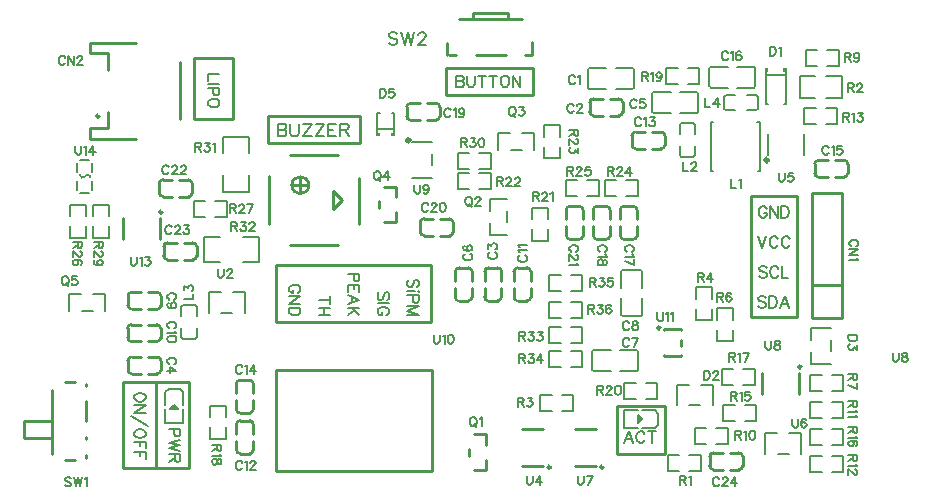
<source format=gto>
G04 Layer: TopSilkscreenLayer*
G04 EasyEDA v6.5.44, 2024-07-23 11:26:01*
G04 fa6d6c6f67624019b56d640f781358e2,6e2a8d9c20784516b523f05fecaed983,10*
G04 Gerber Generator version 0.2*
G04 Scale: 100 percent, Rotated: No, Reflected: No *
G04 Dimensions in millimeters *
G04 leading zeros omitted , absolute positions ,4 integer and 5 decimal *
%FSLAX45Y45*%
%MOMM*%

%ADD10C,0.2032*%
%ADD11C,0.1524*%
%ADD12C,0.2540*%
%ADD13C,0.1520*%
%ADD14C,0.1500*%
%ADD15C,0.3000*%
%ADD16C,0.0158*%

%LPD*%
D10*
X3148075Y-2413256D02*
G01*
X3156965Y-2404112D01*
X3161538Y-2390396D01*
X3161538Y-2372108D01*
X3156965Y-2358646D01*
X3148075Y-2349502D01*
X3138931Y-2349502D01*
X3129788Y-2354074D01*
X3125215Y-2358646D01*
X3120643Y-2367790D01*
X3111500Y-2394968D01*
X3107181Y-2404112D01*
X3102609Y-2408684D01*
X3093465Y-2413256D01*
X3079750Y-2413256D01*
X3070606Y-2404112D01*
X3066034Y-2390396D01*
X3066034Y-2372108D01*
X3070606Y-2358646D01*
X3079750Y-2349502D01*
X3161538Y-2443228D02*
G01*
X3156965Y-2447800D01*
X3161538Y-2452118D01*
X3166109Y-2447800D01*
X3161538Y-2443228D01*
X3129788Y-2447800D02*
G01*
X3066034Y-2447800D01*
X3161538Y-2482344D02*
G01*
X3066034Y-2482344D01*
X3161538Y-2482344D02*
G01*
X3161538Y-2523238D01*
X3156965Y-2536700D01*
X3152393Y-2541272D01*
X3143504Y-2545844D01*
X3129788Y-2545844D01*
X3120643Y-2541272D01*
X3116072Y-2536700D01*
X3111500Y-2523238D01*
X3111500Y-2482344D01*
X3161538Y-2575816D02*
G01*
X3066034Y-2575816D01*
X3161538Y-2575816D02*
G01*
X3066034Y-2612138D01*
X3161538Y-2648714D02*
G01*
X3066034Y-2612138D01*
X3161538Y-2648714D02*
G01*
X3066034Y-2648714D01*
X2897250Y-2520695D02*
G01*
X2906140Y-2511552D01*
X2910713Y-2497836D01*
X2910713Y-2479547D01*
X2906140Y-2466086D01*
X2897250Y-2456942D01*
X2888106Y-2456942D01*
X2878963Y-2461513D01*
X2874390Y-2466086D01*
X2869818Y-2475229D01*
X2860675Y-2502407D01*
X2856356Y-2511552D01*
X2851784Y-2516123D01*
X2842640Y-2520695D01*
X2828925Y-2520695D01*
X2819781Y-2511552D01*
X2815209Y-2497836D01*
X2815209Y-2479547D01*
X2819781Y-2466086D01*
X2828925Y-2456942D01*
X2910713Y-2550668D02*
G01*
X2815209Y-2550668D01*
X2888106Y-2648712D02*
G01*
X2897250Y-2644139D01*
X2906140Y-2635250D01*
X2910713Y-2626105D01*
X2910713Y-2607818D01*
X2906140Y-2598673D01*
X2897250Y-2589784D01*
X2888106Y-2585212D01*
X2874390Y-2580639D01*
X2851784Y-2580639D01*
X2838068Y-2585212D01*
X2828925Y-2589784D01*
X2819781Y-2598673D01*
X2815209Y-2607818D01*
X2815209Y-2626105D01*
X2819781Y-2635250D01*
X2828925Y-2644139D01*
X2838068Y-2648712D01*
X2851784Y-2648712D01*
X2851784Y-2626105D02*
G01*
X2851784Y-2648712D01*
X2659888Y-2299718D02*
G01*
X2564384Y-2299718D01*
X2659888Y-2299718D02*
G01*
X2659888Y-2340612D01*
X2655315Y-2354328D01*
X2650743Y-2358900D01*
X2641854Y-2363472D01*
X2628138Y-2363472D01*
X2618993Y-2358900D01*
X2614422Y-2354328D01*
X2609850Y-2340612D01*
X2609850Y-2299718D01*
X2659888Y-2393444D02*
G01*
X2564384Y-2393444D01*
X2659888Y-2393444D02*
G01*
X2659888Y-2452372D01*
X2614422Y-2393444D02*
G01*
X2614422Y-2429766D01*
X2564384Y-2393444D02*
G01*
X2564384Y-2452372D01*
X2659888Y-2518920D02*
G01*
X2564384Y-2482344D01*
X2659888Y-2518920D02*
G01*
X2564384Y-2555242D01*
X2596388Y-2496060D02*
G01*
X2596388Y-2541526D01*
X2659888Y-2585214D02*
G01*
X2564384Y-2585214D01*
X2659888Y-2648714D02*
G01*
X2596388Y-2585214D01*
X2618993Y-2607820D02*
G01*
X2564384Y-2648714D01*
X2409063Y-2523233D02*
G01*
X2313559Y-2523233D01*
X2409063Y-2491483D02*
G01*
X2409063Y-2555237D01*
X2409063Y-2585209D02*
G01*
X2313559Y-2585209D01*
X2409063Y-2648709D02*
G01*
X2313559Y-2648709D01*
X2363597Y-2585209D02*
G01*
X2363597Y-2648709D01*
X2135631Y-2461260D02*
G01*
X2144775Y-2456942D01*
X2153665Y-2447797D01*
X2158238Y-2438654D01*
X2158238Y-2420365D01*
X2153665Y-2411476D01*
X2144775Y-2402331D01*
X2135631Y-2397760D01*
X2121915Y-2393187D01*
X2099309Y-2393187D01*
X2085593Y-2397760D01*
X2076450Y-2402331D01*
X2067306Y-2411476D01*
X2062734Y-2420365D01*
X2062734Y-2438654D01*
X2067306Y-2447797D01*
X2076450Y-2456942D01*
X2085593Y-2461260D01*
X2099309Y-2461260D01*
X2099309Y-2438654D02*
G01*
X2099309Y-2461260D01*
X2158238Y-2491486D02*
G01*
X2062734Y-2491486D01*
X2158238Y-2491486D02*
G01*
X2062734Y-2554986D01*
X2158238Y-2554986D02*
G01*
X2062734Y-2554986D01*
X2158238Y-2584957D02*
G01*
X2062734Y-2584957D01*
X2158238Y-2584957D02*
G01*
X2158238Y-2616707D01*
X2153665Y-2630423D01*
X2144775Y-2639568D01*
X2135631Y-2644139D01*
X2121915Y-2648712D01*
X2099309Y-2648712D01*
X2085593Y-2644139D01*
X2076450Y-2639568D01*
X2067306Y-2630423D01*
X2062734Y-2616707D01*
X2062734Y-2584957D01*
X6107297Y-1750568D02*
G01*
X6102979Y-1741423D01*
X6093835Y-1732534D01*
X6084691Y-1727962D01*
X6066403Y-1727962D01*
X6057513Y-1732534D01*
X6048369Y-1741423D01*
X6043797Y-1750568D01*
X6039225Y-1764284D01*
X6039225Y-1786889D01*
X6043797Y-1800605D01*
X6048369Y-1809750D01*
X6057513Y-1818894D01*
X6066403Y-1823465D01*
X6084691Y-1823465D01*
X6093835Y-1818894D01*
X6102979Y-1809750D01*
X6107297Y-1800605D01*
X6107297Y-1786889D01*
X6084691Y-1786889D02*
G01*
X6107297Y-1786889D01*
X6137523Y-1727962D02*
G01*
X6137523Y-1823465D01*
X6137523Y-1727962D02*
G01*
X6201023Y-1823465D01*
X6201023Y-1727962D02*
G01*
X6201023Y-1823465D01*
X6230995Y-1727962D02*
G01*
X6230995Y-1823465D01*
X6230995Y-1727962D02*
G01*
X6262745Y-1727962D01*
X6276461Y-1732534D01*
X6285605Y-1741423D01*
X6290177Y-1750568D01*
X6294749Y-1764284D01*
X6294749Y-1786889D01*
X6290177Y-1800605D01*
X6285605Y-1809750D01*
X6276461Y-1818894D01*
X6262745Y-1823465D01*
X6230995Y-1823465D01*
X6032500Y-1981954D02*
G01*
X6068822Y-2077458D01*
X6105143Y-1981954D02*
G01*
X6068822Y-2077458D01*
X6203441Y-2004560D02*
G01*
X6198870Y-1995416D01*
X6189725Y-1986526D01*
X6180581Y-1981954D01*
X6162547Y-1981954D01*
X6153404Y-1986526D01*
X6144259Y-1995416D01*
X6139688Y-2004560D01*
X6135115Y-2018276D01*
X6135115Y-2040882D01*
X6139688Y-2054598D01*
X6144259Y-2063742D01*
X6153404Y-2072886D01*
X6162547Y-2077458D01*
X6180581Y-2077458D01*
X6189725Y-2072886D01*
X6198870Y-2063742D01*
X6203441Y-2054598D01*
X6301486Y-2004560D02*
G01*
X6297168Y-1995416D01*
X6288024Y-1986526D01*
X6278879Y-1981954D01*
X6260591Y-1981954D01*
X6251702Y-1986526D01*
X6242558Y-1995416D01*
X6237986Y-2004560D01*
X6233413Y-2018276D01*
X6233413Y-2040882D01*
X6237986Y-2054598D01*
X6242558Y-2063742D01*
X6251702Y-2072886D01*
X6260591Y-2077458D01*
X6278879Y-2077458D01*
X6288024Y-2072886D01*
X6297168Y-2063742D01*
X6301486Y-2054598D01*
X6107556Y-2249431D02*
G01*
X6098413Y-2240541D01*
X6084697Y-2235969D01*
X6066409Y-2235969D01*
X6052947Y-2240541D01*
X6043802Y-2249431D01*
X6043802Y-2258575D01*
X6048375Y-2267719D01*
X6052947Y-2272291D01*
X6062090Y-2276863D01*
X6089268Y-2286007D01*
X6098413Y-2290325D01*
X6102984Y-2294897D01*
X6107556Y-2304041D01*
X6107556Y-2317757D01*
X6098413Y-2326901D01*
X6084697Y-2331473D01*
X6066409Y-2331473D01*
X6052947Y-2326901D01*
X6043802Y-2317757D01*
X6205600Y-2258575D02*
G01*
X6201029Y-2249431D01*
X6191884Y-2240541D01*
X6182995Y-2235969D01*
X6164706Y-2235969D01*
X6155563Y-2240541D01*
X6146418Y-2249431D01*
X6142100Y-2258575D01*
X6137529Y-2272291D01*
X6137529Y-2294897D01*
X6142100Y-2308613D01*
X6146418Y-2317757D01*
X6155563Y-2326901D01*
X6164706Y-2331473D01*
X6182995Y-2331473D01*
X6191884Y-2326901D01*
X6201029Y-2317757D01*
X6205600Y-2308613D01*
X6235572Y-2235969D02*
G01*
X6235572Y-2331473D01*
X6235572Y-2331473D02*
G01*
X6290183Y-2331473D01*
X6100693Y-2503423D02*
G01*
X6091549Y-2494534D01*
X6077833Y-2489962D01*
X6059545Y-2489962D01*
X6046083Y-2494534D01*
X6036939Y-2503423D01*
X6036939Y-2512568D01*
X6041511Y-2521712D01*
X6046083Y-2526284D01*
X6055227Y-2530855D01*
X6082405Y-2540000D01*
X6091549Y-2544318D01*
X6096121Y-2548889D01*
X6100693Y-2558034D01*
X6100693Y-2571750D01*
X6091549Y-2580894D01*
X6077833Y-2585465D01*
X6059545Y-2585465D01*
X6046083Y-2580894D01*
X6036939Y-2571750D01*
X6130665Y-2489962D02*
G01*
X6130665Y-2585465D01*
X6130665Y-2489962D02*
G01*
X6162415Y-2489962D01*
X6176131Y-2494534D01*
X6185021Y-2503423D01*
X6189593Y-2512568D01*
X6194165Y-2526284D01*
X6194165Y-2548889D01*
X6189593Y-2562605D01*
X6185021Y-2571750D01*
X6176131Y-2580894D01*
X6162415Y-2585465D01*
X6130665Y-2585465D01*
X6260459Y-2489962D02*
G01*
X6224137Y-2585465D01*
X6260459Y-2489962D02*
G01*
X6297035Y-2585465D01*
X6237853Y-2553462D02*
G01*
X6283319Y-2553462D01*
X1472437Y-609600D02*
G01*
X1376934Y-609600D01*
X1376934Y-609600D02*
G01*
X1376934Y-664210D01*
X1472437Y-694181D02*
G01*
X1376934Y-694181D01*
X1472437Y-724154D02*
G01*
X1376934Y-724154D01*
X1472437Y-724154D02*
G01*
X1472437Y-765047D01*
X1467865Y-778763D01*
X1463294Y-783336D01*
X1454404Y-787907D01*
X1440687Y-787907D01*
X1431544Y-783336D01*
X1426971Y-778763D01*
X1422400Y-765047D01*
X1422400Y-724154D01*
X1472437Y-845057D02*
G01*
X1467865Y-835913D01*
X1458976Y-826770D01*
X1449831Y-822452D01*
X1436115Y-817879D01*
X1413510Y-817879D01*
X1399794Y-822452D01*
X1390650Y-826770D01*
X1381505Y-835913D01*
X1376934Y-845057D01*
X1376934Y-863345D01*
X1381505Y-872236D01*
X1390650Y-881379D01*
X1399794Y-885952D01*
X1413510Y-890523D01*
X1436115Y-890523D01*
X1449831Y-885952D01*
X1458976Y-881379D01*
X1467865Y-872236D01*
X1472437Y-863345D01*
X1472437Y-845057D01*
X850137Y-3335528D02*
G01*
X845565Y-3326637D01*
X836676Y-3317494D01*
X827531Y-3312921D01*
X813815Y-3308350D01*
X791210Y-3308350D01*
X777494Y-3312921D01*
X768350Y-3317494D01*
X759205Y-3326637D01*
X754634Y-3335528D01*
X754634Y-3353815D01*
X759205Y-3362960D01*
X768350Y-3372104D01*
X777494Y-3376421D01*
X791210Y-3380994D01*
X813815Y-3380994D01*
X827531Y-3376421D01*
X836676Y-3372104D01*
X845565Y-3362960D01*
X850137Y-3353815D01*
X850137Y-3335528D01*
X850137Y-3410965D02*
G01*
X754634Y-3410965D01*
X850137Y-3410965D02*
G01*
X754634Y-3474720D01*
X850137Y-3474720D02*
G01*
X754634Y-3474720D01*
X868426Y-3586479D02*
G01*
X722884Y-3504692D01*
X850137Y-3643884D02*
G01*
X845565Y-3634739D01*
X836676Y-3625595D01*
X827531Y-3621023D01*
X813815Y-3616452D01*
X791210Y-3616452D01*
X777494Y-3621023D01*
X768350Y-3625595D01*
X759205Y-3634739D01*
X754634Y-3643884D01*
X754634Y-3661918D01*
X759205Y-3671062D01*
X768350Y-3680205D01*
X777494Y-3684778D01*
X791210Y-3689350D01*
X813815Y-3689350D01*
X827531Y-3684778D01*
X836676Y-3680205D01*
X845565Y-3671062D01*
X850137Y-3661918D01*
X850137Y-3643884D01*
X850137Y-3719321D02*
G01*
X754634Y-3719321D01*
X850137Y-3719321D02*
G01*
X850137Y-3778250D01*
X804671Y-3719321D02*
G01*
X804671Y-3755644D01*
X850137Y-3808476D02*
G01*
X754634Y-3808476D01*
X850137Y-3808476D02*
G01*
X850137Y-3867404D01*
X804671Y-3808476D02*
G01*
X804671Y-3844797D01*
X3479800Y-623062D02*
G01*
X3479800Y-718565D01*
X3479800Y-623062D02*
G01*
X3520693Y-623062D01*
X3534409Y-627634D01*
X3538981Y-632205D01*
X3543554Y-641095D01*
X3543554Y-650239D01*
X3538981Y-659384D01*
X3534409Y-663955D01*
X3520693Y-668528D01*
X3479800Y-668528D02*
G01*
X3520693Y-668528D01*
X3534409Y-673100D01*
X3538981Y-677418D01*
X3543554Y-686562D01*
X3543554Y-700278D01*
X3538981Y-709421D01*
X3534409Y-713994D01*
X3520693Y-718565D01*
X3479800Y-718565D01*
X3573525Y-623062D02*
G01*
X3573525Y-691134D01*
X3578097Y-704850D01*
X3586988Y-713994D01*
X3600704Y-718565D01*
X3609847Y-718565D01*
X3623309Y-713994D01*
X3632454Y-704850D01*
X3637025Y-691134D01*
X3637025Y-623062D01*
X3699002Y-623062D02*
G01*
X3699002Y-718565D01*
X3666997Y-623062D02*
G01*
X3730752Y-623062D01*
X3792474Y-623062D02*
G01*
X3792474Y-718565D01*
X3760724Y-623062D02*
G01*
X3824224Y-623062D01*
X3881627Y-623062D02*
G01*
X3872484Y-627634D01*
X3863340Y-636523D01*
X3858768Y-645668D01*
X3854450Y-659384D01*
X3854450Y-681989D01*
X3858768Y-695705D01*
X3863340Y-704850D01*
X3872484Y-713994D01*
X3881627Y-718565D01*
X3899915Y-718565D01*
X3908806Y-713994D01*
X3917950Y-704850D01*
X3922522Y-695705D01*
X3927093Y-681989D01*
X3927093Y-659384D01*
X3922522Y-645668D01*
X3917950Y-636523D01*
X3908806Y-627634D01*
X3899915Y-623062D01*
X3881627Y-623062D01*
X3957065Y-623062D02*
G01*
X3957065Y-718565D01*
X3957065Y-623062D02*
G01*
X4020820Y-718565D01*
X4020820Y-623062D02*
G01*
X4020820Y-718565D01*
D11*
X7175500Y-2967228D02*
G01*
X7175500Y-3021837D01*
X7179056Y-3032760D01*
X7186422Y-3040126D01*
X7197343Y-3043681D01*
X7204709Y-3043681D01*
X7215377Y-3040126D01*
X7222743Y-3032760D01*
X7226300Y-3021837D01*
X7226300Y-2967228D01*
X7268463Y-2967228D02*
G01*
X7257795Y-2970784D01*
X7253986Y-2978150D01*
X7253986Y-2985515D01*
X7257795Y-2992628D01*
X7264908Y-2996437D01*
X7279386Y-2999994D01*
X7290308Y-3003550D01*
X7297674Y-3010915D01*
X7301229Y-3018281D01*
X7301229Y-3029204D01*
X7297674Y-3036315D01*
X7294118Y-3040126D01*
X7283195Y-3043681D01*
X7268463Y-3043681D01*
X7257795Y-3040126D01*
X7253986Y-3036315D01*
X7250429Y-3029204D01*
X7250429Y-3018281D01*
X7253986Y-3010915D01*
X7261352Y-3003550D01*
X7272274Y-2999994D01*
X7286752Y-2996437D01*
X7294118Y-2992628D01*
X7297674Y-2985515D01*
X7297674Y-2978150D01*
X7294118Y-2970784D01*
X7283195Y-2967228D01*
X7268463Y-2967228D01*
X6134100Y-376428D02*
G01*
X6134100Y-452881D01*
X6134100Y-376428D02*
G01*
X6159500Y-376428D01*
X6170422Y-379984D01*
X6177788Y-387350D01*
X6181343Y-394715D01*
X6184900Y-405637D01*
X6184900Y-423671D01*
X6181343Y-434594D01*
X6177788Y-441960D01*
X6170422Y-449326D01*
X6159500Y-452881D01*
X6134100Y-452881D01*
X6209029Y-390905D02*
G01*
X6216395Y-387350D01*
X6227063Y-376428D01*
X6227063Y-452881D01*
X1270000Y-1189228D02*
G01*
X1270000Y-1265681D01*
X1270000Y-1189228D02*
G01*
X1302765Y-1189228D01*
X1313687Y-1192784D01*
X1317244Y-1196594D01*
X1320800Y-1203705D01*
X1320800Y-1211071D01*
X1317244Y-1218437D01*
X1313687Y-1221994D01*
X1302765Y-1225550D01*
X1270000Y-1225550D01*
X1295400Y-1225550D02*
G01*
X1320800Y-1265681D01*
X1352295Y-1189228D02*
G01*
X1392173Y-1189228D01*
X1370329Y-1218437D01*
X1381252Y-1218437D01*
X1388618Y-1221994D01*
X1392173Y-1225550D01*
X1395729Y-1236471D01*
X1395729Y-1243837D01*
X1392173Y-1254760D01*
X1384807Y-1262126D01*
X1373886Y-1265681D01*
X1362963Y-1265681D01*
X1352295Y-1262126D01*
X1348486Y-1258315D01*
X1344929Y-1251204D01*
X1419860Y-1203705D02*
G01*
X1426971Y-1200150D01*
X1437894Y-1189228D01*
X1437894Y-1265681D01*
X1574800Y-1862328D02*
G01*
X1574800Y-1938781D01*
X1574800Y-1862328D02*
G01*
X1607565Y-1862328D01*
X1618487Y-1865884D01*
X1622044Y-1869694D01*
X1625600Y-1876805D01*
X1625600Y-1884171D01*
X1622044Y-1891537D01*
X1618487Y-1895094D01*
X1607565Y-1898650D01*
X1574800Y-1898650D01*
X1600200Y-1898650D02*
G01*
X1625600Y-1938781D01*
X1657095Y-1862328D02*
G01*
X1696973Y-1862328D01*
X1675129Y-1891537D01*
X1686052Y-1891537D01*
X1693418Y-1895094D01*
X1696973Y-1898650D01*
X1700529Y-1909571D01*
X1700529Y-1916937D01*
X1696973Y-1927860D01*
X1689607Y-1935226D01*
X1678686Y-1938781D01*
X1667763Y-1938781D01*
X1657095Y-1935226D01*
X1653286Y-1931415D01*
X1649729Y-1924304D01*
X1728215Y-1880615D02*
G01*
X1728215Y-1876805D01*
X1731771Y-1869694D01*
X1735581Y-1865884D01*
X1742694Y-1862328D01*
X1757426Y-1862328D01*
X1764537Y-1865884D01*
X1768347Y-1869694D01*
X1771904Y-1876805D01*
X1771904Y-1884171D01*
X1768347Y-1891537D01*
X1760981Y-1902460D01*
X1724660Y-1938781D01*
X1775460Y-1938781D01*
X3289300Y-2814828D02*
G01*
X3289300Y-2869437D01*
X3292856Y-2880360D01*
X3300222Y-2887726D01*
X3311143Y-2891281D01*
X3318509Y-2891281D01*
X3329177Y-2887726D01*
X3336543Y-2880360D01*
X3340100Y-2869437D01*
X3340100Y-2814828D01*
X3364229Y-2829305D02*
G01*
X3371595Y-2825750D01*
X3382263Y-2814828D01*
X3382263Y-2891281D01*
X3428238Y-2814828D02*
G01*
X3417315Y-2818384D01*
X3409950Y-2829305D01*
X3406393Y-2847594D01*
X3406393Y-2858515D01*
X3409950Y-2876804D01*
X3417315Y-2887726D01*
X3428238Y-2891281D01*
X3435604Y-2891281D01*
X3446272Y-2887726D01*
X3453638Y-2876804D01*
X3457193Y-2858515D01*
X3457193Y-2847594D01*
X3453638Y-2829305D01*
X3446272Y-2818384D01*
X3435604Y-2814828D01*
X3428238Y-2814828D01*
X2980943Y-268478D02*
G01*
X2970529Y-258063D01*
X2955036Y-252984D01*
X2934208Y-252984D01*
X2918713Y-258063D01*
X2908300Y-268478D01*
X2908300Y-278892D01*
X2913379Y-289305D01*
X2918713Y-294639D01*
X2929127Y-299720D01*
X2960370Y-310134D01*
X2970529Y-315213D01*
X2975863Y-320547D01*
X2980943Y-330962D01*
X2980943Y-346455D01*
X2970529Y-356870D01*
X2955036Y-361950D01*
X2934208Y-361950D01*
X2918713Y-356870D01*
X2908300Y-346455D01*
X3015234Y-252984D02*
G01*
X3041395Y-361950D01*
X3067304Y-252984D02*
G01*
X3041395Y-361950D01*
X3067304Y-252984D02*
G01*
X3093211Y-361950D01*
X3119120Y-252984D02*
G01*
X3093211Y-361950D01*
X3158743Y-278892D02*
G01*
X3158743Y-273812D01*
X3163824Y-263397D01*
X3169158Y-258063D01*
X3179572Y-252984D01*
X3200400Y-252984D01*
X3210559Y-258063D01*
X3215893Y-263397D01*
X3220974Y-273812D01*
X3220974Y-284226D01*
X3215893Y-294639D01*
X3205479Y-310134D01*
X3153409Y-361950D01*
X3226308Y-361950D01*
X6864880Y-2067813D02*
G01*
X6872246Y-2064004D01*
X6879612Y-2056892D01*
X6883168Y-2049526D01*
X6883168Y-2035047D01*
X6879612Y-2027681D01*
X6872246Y-2020570D01*
X6864880Y-2016760D01*
X6853958Y-2013204D01*
X6835924Y-2013204D01*
X6825002Y-2016760D01*
X6817636Y-2020570D01*
X6810270Y-2027681D01*
X6806714Y-2035047D01*
X6806714Y-2049526D01*
X6810270Y-2056892D01*
X6817636Y-2064004D01*
X6825002Y-2067813D01*
X6883168Y-2091689D02*
G01*
X6806714Y-2091689D01*
X6883168Y-2091689D02*
G01*
X6806714Y-2142744D01*
X6883168Y-2142744D02*
G01*
X6806714Y-2142744D01*
X6868690Y-2166620D02*
G01*
X6872246Y-2173986D01*
X6883168Y-2184907D01*
X6806714Y-2184907D01*
X4944109Y-2858515D02*
G01*
X4940300Y-2851150D01*
X4933188Y-2843784D01*
X4925822Y-2840228D01*
X4911343Y-2840228D01*
X4903977Y-2843784D01*
X4896865Y-2851150D01*
X4893056Y-2858515D01*
X4889500Y-2869437D01*
X4889500Y-2887471D01*
X4893056Y-2898394D01*
X4896865Y-2905760D01*
X4903977Y-2913126D01*
X4911343Y-2916681D01*
X4925822Y-2916681D01*
X4933188Y-2913126D01*
X4940300Y-2905760D01*
X4944109Y-2898394D01*
X5019040Y-2840228D02*
G01*
X4982463Y-2916681D01*
X4967986Y-2840228D02*
G01*
X5019040Y-2840228D01*
X4944109Y-2718815D02*
G01*
X4940300Y-2711450D01*
X4933188Y-2704084D01*
X4925822Y-2700528D01*
X4911343Y-2700528D01*
X4903977Y-2704084D01*
X4896865Y-2711450D01*
X4893056Y-2718815D01*
X4889500Y-2729737D01*
X4889500Y-2747771D01*
X4893056Y-2758694D01*
X4896865Y-2766060D01*
X4903977Y-2773426D01*
X4911343Y-2776981D01*
X4925822Y-2776981D01*
X4933188Y-2773426D01*
X4940300Y-2766060D01*
X4944109Y-2758694D01*
X4986274Y-2700528D02*
G01*
X4975352Y-2704084D01*
X4971795Y-2711450D01*
X4971795Y-2718815D01*
X4975352Y-2725928D01*
X4982463Y-2729737D01*
X4997195Y-2733294D01*
X5008118Y-2736850D01*
X5015229Y-2744215D01*
X5019040Y-2751581D01*
X5019040Y-2762504D01*
X5015229Y-2769615D01*
X5011674Y-2773426D01*
X5000752Y-2776981D01*
X4986274Y-2776981D01*
X4975352Y-2773426D01*
X4971795Y-2769615D01*
X4967986Y-2762504D01*
X4967986Y-2751581D01*
X4971795Y-2744215D01*
X4978908Y-2736850D01*
X4989829Y-2733294D01*
X5004308Y-2729737D01*
X5011674Y-2725928D01*
X5015229Y-2718815D01*
X5015229Y-2711450D01*
X5011674Y-2704084D01*
X5000752Y-2700528D01*
X4986274Y-2700528D01*
X254000Y-1214628D02*
G01*
X254000Y-1269237D01*
X257555Y-1280160D01*
X264921Y-1287526D01*
X275844Y-1291081D01*
X283210Y-1291081D01*
X293878Y-1287526D01*
X301244Y-1280160D01*
X304800Y-1269237D01*
X304800Y-1214628D01*
X328929Y-1229105D02*
G01*
X336295Y-1225550D01*
X346963Y-1214628D01*
X346963Y-1291081D01*
X407415Y-1214628D02*
G01*
X371094Y-1265681D01*
X425704Y-1265681D01*
X407415Y-1214628D02*
G01*
X407415Y-1291081D01*
X5181600Y-2624328D02*
G01*
X5181600Y-2678937D01*
X5185156Y-2689860D01*
X5192522Y-2697226D01*
X5203443Y-2700781D01*
X5210809Y-2700781D01*
X5221477Y-2697226D01*
X5228843Y-2689860D01*
X5232400Y-2678937D01*
X5232400Y-2624328D01*
X5256529Y-2638805D02*
G01*
X5263895Y-2635250D01*
X5274563Y-2624328D01*
X5274563Y-2700781D01*
X5298693Y-2638805D02*
G01*
X5306059Y-2635250D01*
X5316981Y-2624328D01*
X5316981Y-2700781D01*
X6794004Y-687578D02*
G01*
X6794004Y-764031D01*
X6794004Y-687578D02*
G01*
X6826770Y-687578D01*
X6837692Y-691134D01*
X6841248Y-694944D01*
X6844804Y-702055D01*
X6844804Y-709421D01*
X6841248Y-716787D01*
X6837692Y-720344D01*
X6826770Y-723900D01*
X6794004Y-723900D01*
X6819404Y-723900D02*
G01*
X6844804Y-764031D01*
X6872490Y-705865D02*
G01*
X6872490Y-702055D01*
X6876300Y-694944D01*
X6879856Y-691134D01*
X6886968Y-687578D01*
X6901700Y-687578D01*
X6908812Y-691134D01*
X6912622Y-694944D01*
X6916178Y-702055D01*
X6916178Y-709421D01*
X6912622Y-716787D01*
X6905256Y-727710D01*
X6868934Y-764031D01*
X6919734Y-764031D01*
X215900Y-4032250D02*
G01*
X208787Y-4024884D01*
X197865Y-4021328D01*
X183387Y-4021328D01*
X172465Y-4024884D01*
X165100Y-4032250D01*
X165100Y-4039615D01*
X168655Y-4046728D01*
X172465Y-4050537D01*
X179578Y-4054094D01*
X201421Y-4061460D01*
X208787Y-4065015D01*
X212344Y-4068571D01*
X215900Y-4075937D01*
X215900Y-4086860D01*
X208787Y-4094226D01*
X197865Y-4097781D01*
X183387Y-4097781D01*
X172465Y-4094226D01*
X165100Y-4086860D01*
X240029Y-4021328D02*
G01*
X258063Y-4097781D01*
X276352Y-4021328D02*
G01*
X258063Y-4097781D01*
X276352Y-4021328D02*
G01*
X294639Y-4097781D01*
X312673Y-4021328D02*
G01*
X294639Y-4097781D01*
X336804Y-4035805D02*
G01*
X343915Y-4032250D01*
X354837Y-4021328D01*
X354837Y-4097781D01*
X4013200Y-2789428D02*
G01*
X4013200Y-2865881D01*
X4013200Y-2789428D02*
G01*
X4045965Y-2789428D01*
X4056888Y-2792984D01*
X4060443Y-2796794D01*
X4064000Y-2803905D01*
X4064000Y-2811271D01*
X4060443Y-2818637D01*
X4056888Y-2822194D01*
X4045965Y-2825750D01*
X4013200Y-2825750D01*
X4038600Y-2825750D02*
G01*
X4064000Y-2865881D01*
X4095495Y-2789428D02*
G01*
X4135374Y-2789428D01*
X4113529Y-2818637D01*
X4124452Y-2818637D01*
X4131818Y-2822194D01*
X4135374Y-2825750D01*
X4138929Y-2836671D01*
X4138929Y-2844037D01*
X4135374Y-2854960D01*
X4128008Y-2862326D01*
X4117086Y-2865881D01*
X4106163Y-2865881D01*
X4095495Y-2862326D01*
X4091686Y-2858515D01*
X4088129Y-2851404D01*
X4170172Y-2789428D02*
G01*
X4210304Y-2789428D01*
X4188459Y-2818637D01*
X4199381Y-2818637D01*
X4206747Y-2822194D01*
X4210304Y-2825750D01*
X4213859Y-2836671D01*
X4213859Y-2844037D01*
X4210304Y-2854960D01*
X4202938Y-2862326D01*
X4192015Y-2865881D01*
X4181093Y-2865881D01*
X4170172Y-2862326D01*
X4166615Y-2858515D01*
X4163059Y-2851404D01*
X4013200Y-2979928D02*
G01*
X4013200Y-3056381D01*
X4013200Y-2979928D02*
G01*
X4045965Y-2979928D01*
X4056888Y-2983484D01*
X4060443Y-2987294D01*
X4064000Y-2994405D01*
X4064000Y-3001771D01*
X4060443Y-3009137D01*
X4056888Y-3012694D01*
X4045965Y-3016250D01*
X4013200Y-3016250D01*
X4038600Y-3016250D02*
G01*
X4064000Y-3056381D01*
X4095495Y-2979928D02*
G01*
X4135374Y-2979928D01*
X4113529Y-3009137D01*
X4124452Y-3009137D01*
X4131818Y-3012694D01*
X4135374Y-3016250D01*
X4138929Y-3027171D01*
X4138929Y-3034537D01*
X4135374Y-3045460D01*
X4128008Y-3052826D01*
X4117086Y-3056381D01*
X4106163Y-3056381D01*
X4095495Y-3052826D01*
X4091686Y-3049015D01*
X4088129Y-3041904D01*
X4199381Y-2979928D02*
G01*
X4163059Y-3030981D01*
X4217670Y-3030981D01*
X4199381Y-2979928D02*
G01*
X4199381Y-3056381D01*
X4610100Y-2332228D02*
G01*
X4610100Y-2408681D01*
X4610100Y-2332228D02*
G01*
X4642865Y-2332228D01*
X4653788Y-2335784D01*
X4657343Y-2339594D01*
X4660900Y-2346705D01*
X4660900Y-2354071D01*
X4657343Y-2361437D01*
X4653788Y-2364994D01*
X4642865Y-2368550D01*
X4610100Y-2368550D01*
X4635500Y-2368550D02*
G01*
X4660900Y-2408681D01*
X4692395Y-2332228D02*
G01*
X4732274Y-2332228D01*
X4710429Y-2361437D01*
X4721352Y-2361437D01*
X4728718Y-2364994D01*
X4732274Y-2368550D01*
X4735829Y-2379471D01*
X4735829Y-2386837D01*
X4732274Y-2397760D01*
X4724908Y-2405126D01*
X4713986Y-2408681D01*
X4703063Y-2408681D01*
X4692395Y-2405126D01*
X4688586Y-2401315D01*
X4685029Y-2394204D01*
X4803647Y-2332228D02*
G01*
X4767072Y-2332228D01*
X4763515Y-2364994D01*
X4767072Y-2361437D01*
X4777993Y-2357628D01*
X4788915Y-2357628D01*
X4799838Y-2361437D01*
X4807204Y-2368550D01*
X4810759Y-2379471D01*
X4810759Y-2386837D01*
X4807204Y-2397760D01*
X4799838Y-2405126D01*
X4788915Y-2408681D01*
X4777993Y-2408681D01*
X4767072Y-2405126D01*
X4763515Y-2401315D01*
X4759959Y-2394204D01*
X4597400Y-2560828D02*
G01*
X4597400Y-2637281D01*
X4597400Y-2560828D02*
G01*
X4630165Y-2560828D01*
X4641088Y-2564384D01*
X4644643Y-2568194D01*
X4648200Y-2575305D01*
X4648200Y-2582671D01*
X4644643Y-2590037D01*
X4641088Y-2593594D01*
X4630165Y-2597150D01*
X4597400Y-2597150D01*
X4622800Y-2597150D02*
G01*
X4648200Y-2637281D01*
X4679695Y-2560828D02*
G01*
X4719574Y-2560828D01*
X4697729Y-2590037D01*
X4708652Y-2590037D01*
X4716018Y-2593594D01*
X4719574Y-2597150D01*
X4723129Y-2608071D01*
X4723129Y-2615437D01*
X4719574Y-2626360D01*
X4712208Y-2633726D01*
X4701286Y-2637281D01*
X4690363Y-2637281D01*
X4679695Y-2633726D01*
X4675886Y-2629915D01*
X4672329Y-2622804D01*
X4790947Y-2571750D02*
G01*
X4787138Y-2564384D01*
X4776215Y-2560828D01*
X4769104Y-2560828D01*
X4758181Y-2564384D01*
X4750815Y-2575305D01*
X4747259Y-2593594D01*
X4747259Y-2611881D01*
X4750815Y-2626360D01*
X4758181Y-2633726D01*
X4769104Y-2637281D01*
X4772659Y-2637281D01*
X4783581Y-2633726D01*
X4790947Y-2626360D01*
X4794504Y-2615437D01*
X4794504Y-2611881D01*
X4790947Y-2600960D01*
X4783581Y-2593594D01*
X4772659Y-2590037D01*
X4769104Y-2590037D01*
X4758181Y-2593594D01*
X4750815Y-2600960D01*
X4747259Y-2611881D01*
X1968461Y-1027722D02*
G01*
X1968461Y-1136688D01*
X1968461Y-1027722D02*
G01*
X2015197Y-1027722D01*
X2030945Y-1032802D01*
X2036025Y-1038136D01*
X2041359Y-1048550D01*
X2041359Y-1058710D01*
X2036025Y-1069124D01*
X2030945Y-1074458D01*
X2015197Y-1079538D01*
X1968461Y-1079538D02*
G01*
X2015197Y-1079538D01*
X2030945Y-1084872D01*
X2036025Y-1089952D01*
X2041359Y-1100366D01*
X2041359Y-1115860D01*
X2036025Y-1126274D01*
X2030945Y-1131608D01*
X2015197Y-1136688D01*
X1968461Y-1136688D01*
X2075649Y-1027722D02*
G01*
X2075649Y-1105700D01*
X2080729Y-1121194D01*
X2091143Y-1131608D01*
X2106637Y-1136688D01*
X2117051Y-1136688D01*
X2132799Y-1131608D01*
X2142959Y-1121194D01*
X2148293Y-1105700D01*
X2148293Y-1027722D01*
X2255227Y-1027722D02*
G01*
X2182583Y-1136688D01*
X2182583Y-1027722D02*
G01*
X2255227Y-1027722D01*
X2182583Y-1136688D02*
G01*
X2255227Y-1136688D01*
X2362415Y-1027722D02*
G01*
X2289517Y-1136688D01*
X2289517Y-1027722D02*
G01*
X2362415Y-1027722D01*
X2289517Y-1136688D02*
G01*
X2362415Y-1136688D01*
X2396705Y-1027722D02*
G01*
X2396705Y-1136688D01*
X2396705Y-1027722D02*
G01*
X2464269Y-1027722D01*
X2396705Y-1079538D02*
G01*
X2438107Y-1079538D01*
X2396705Y-1136688D02*
G01*
X2464269Y-1136688D01*
X2498559Y-1027722D02*
G01*
X2498559Y-1136688D01*
X2498559Y-1027722D02*
G01*
X2545295Y-1027722D01*
X2560789Y-1032802D01*
X2565869Y-1038136D01*
X2571203Y-1048550D01*
X2571203Y-1058710D01*
X2565869Y-1069124D01*
X2560789Y-1074458D01*
X2545295Y-1079538D01*
X2498559Y-1079538D01*
X2534881Y-1079538D02*
G01*
X2571203Y-1136688D01*
X168910Y-470915D02*
G01*
X165100Y-463550D01*
X157987Y-456184D01*
X150621Y-452628D01*
X136144Y-452628D01*
X128778Y-456184D01*
X121665Y-463550D01*
X117855Y-470915D01*
X114300Y-481837D01*
X114300Y-499871D01*
X117855Y-510794D01*
X121665Y-518160D01*
X128778Y-525526D01*
X136144Y-529081D01*
X150621Y-529081D01*
X157987Y-525526D01*
X165100Y-518160D01*
X168910Y-510794D01*
X192786Y-452628D02*
G01*
X192786Y-529081D01*
X192786Y-452628D02*
G01*
X243839Y-529081D01*
X243839Y-452628D02*
G01*
X243839Y-529081D01*
X271271Y-470915D02*
G01*
X271271Y-467105D01*
X275081Y-459994D01*
X278637Y-456184D01*
X286004Y-452628D01*
X300481Y-452628D01*
X307847Y-456184D01*
X311404Y-459994D01*
X314960Y-467105D01*
X314960Y-474471D01*
X311404Y-481837D01*
X304037Y-492760D01*
X267715Y-529081D01*
X318770Y-529081D01*
X2832138Y-732028D02*
G01*
X2832138Y-808481D01*
X2832138Y-732028D02*
G01*
X2857538Y-732028D01*
X2868460Y-735584D01*
X2875826Y-742950D01*
X2879382Y-750315D01*
X2882938Y-761237D01*
X2882938Y-779271D01*
X2879382Y-790194D01*
X2875826Y-797560D01*
X2868460Y-804926D01*
X2857538Y-808481D01*
X2832138Y-808481D01*
X2950756Y-732028D02*
G01*
X2914180Y-732028D01*
X2910624Y-764794D01*
X2914180Y-761237D01*
X2925102Y-757428D01*
X2936024Y-757428D01*
X2946946Y-761237D01*
X2954312Y-768350D01*
X2957868Y-779271D01*
X2957868Y-786637D01*
X2954312Y-797560D01*
X2946946Y-804926D01*
X2936024Y-808481D01*
X2925102Y-808481D01*
X2914180Y-804926D01*
X2910624Y-801115D01*
X2907068Y-794004D01*
X2803032Y-1430533D02*
G01*
X2795920Y-1434089D01*
X2788554Y-1441455D01*
X2784998Y-1448821D01*
X2781188Y-1459743D01*
X2781188Y-1477777D01*
X2784998Y-1488699D01*
X2788554Y-1496065D01*
X2795920Y-1503177D01*
X2803032Y-1506987D01*
X2817764Y-1506987D01*
X2824876Y-1503177D01*
X2832242Y-1496065D01*
X2835798Y-1488699D01*
X2839608Y-1477777D01*
X2839608Y-1459743D01*
X2835798Y-1448821D01*
X2832242Y-1441455D01*
X2824876Y-1434089D01*
X2817764Y-1430533D01*
X2803032Y-1430533D01*
X2813954Y-1492509D02*
G01*
X2835798Y-1514099D01*
X2899806Y-1430533D02*
G01*
X2863484Y-1481587D01*
X2918094Y-1481587D01*
X2899806Y-1430533D02*
G01*
X2899806Y-1506987D01*
X5706109Y-4039615D02*
G01*
X5702300Y-4032250D01*
X5695188Y-4024884D01*
X5687822Y-4021328D01*
X5673343Y-4021328D01*
X5665977Y-4024884D01*
X5658865Y-4032250D01*
X5655056Y-4039615D01*
X5651500Y-4050537D01*
X5651500Y-4068571D01*
X5655056Y-4079494D01*
X5658865Y-4086860D01*
X5665977Y-4094226D01*
X5673343Y-4097781D01*
X5687822Y-4097781D01*
X5695188Y-4094226D01*
X5702300Y-4086860D01*
X5706109Y-4079494D01*
X5733795Y-4039615D02*
G01*
X5733795Y-4035805D01*
X5737352Y-4028694D01*
X5740908Y-4024884D01*
X5748274Y-4021328D01*
X5762752Y-4021328D01*
X5770118Y-4024884D01*
X5773674Y-4028694D01*
X5777229Y-4035805D01*
X5777229Y-4043171D01*
X5773674Y-4050537D01*
X5766308Y-4061460D01*
X5729986Y-4097781D01*
X5781040Y-4097781D01*
X5841238Y-4021328D02*
G01*
X5804915Y-4072381D01*
X5859525Y-4072381D01*
X5841238Y-4021328D02*
G01*
X5841238Y-4097781D01*
X1142237Y-3613150D02*
G01*
X1046734Y-3613150D01*
X1142237Y-3613150D02*
G01*
X1142237Y-3654044D01*
X1137665Y-3667760D01*
X1133094Y-3672331D01*
X1124204Y-3676904D01*
X1110487Y-3676904D01*
X1101344Y-3672331D01*
X1096771Y-3667760D01*
X1092200Y-3654044D01*
X1092200Y-3613150D01*
X1142237Y-3706876D02*
G01*
X1046734Y-3729481D01*
X1142237Y-3752342D02*
G01*
X1046734Y-3729481D01*
X1142237Y-3752342D02*
G01*
X1046734Y-3774947D01*
X1142237Y-3797807D02*
G01*
X1046734Y-3774947D01*
X1142237Y-3827779D02*
G01*
X1046734Y-3827779D01*
X1142237Y-3827779D02*
G01*
X1142237Y-3868673D01*
X1137665Y-3882136D01*
X1133094Y-3886707D01*
X1124204Y-3891279D01*
X1115060Y-3891279D01*
X1105915Y-3886707D01*
X1101344Y-3882136D01*
X1096771Y-3868673D01*
X1096771Y-3827779D01*
X1096771Y-3859529D02*
G01*
X1046734Y-3891279D01*
X1045210Y-1398015D02*
G01*
X1041400Y-1390650D01*
X1034287Y-1383284D01*
X1026921Y-1379728D01*
X1012444Y-1379728D01*
X1005078Y-1383284D01*
X997965Y-1390650D01*
X994155Y-1398015D01*
X990600Y-1408937D01*
X990600Y-1426971D01*
X994155Y-1437894D01*
X997965Y-1445260D01*
X1005078Y-1452626D01*
X1012444Y-1456181D01*
X1026921Y-1456181D01*
X1034287Y-1452626D01*
X1041400Y-1445260D01*
X1045210Y-1437894D01*
X1072895Y-1398015D02*
G01*
X1072895Y-1394205D01*
X1076452Y-1387094D01*
X1080007Y-1383284D01*
X1087373Y-1379728D01*
X1101852Y-1379728D01*
X1109218Y-1383284D01*
X1112773Y-1387094D01*
X1116329Y-1394205D01*
X1116329Y-1401571D01*
X1112773Y-1408937D01*
X1105407Y-1419860D01*
X1069086Y-1456181D01*
X1120139Y-1456181D01*
X1147571Y-1398015D02*
G01*
X1147571Y-1394205D01*
X1151381Y-1387094D01*
X1154937Y-1383284D01*
X1162304Y-1379728D01*
X1176781Y-1379728D01*
X1184147Y-1383284D01*
X1187704Y-1387094D01*
X1191260Y-1394205D01*
X1191260Y-1401571D01*
X1187704Y-1408937D01*
X1180337Y-1419860D01*
X1144015Y-1456181D01*
X1195070Y-1456181D01*
X1070610Y-1906015D02*
G01*
X1066800Y-1898650D01*
X1059687Y-1891284D01*
X1052321Y-1887728D01*
X1037844Y-1887728D01*
X1030478Y-1891284D01*
X1023365Y-1898650D01*
X1019555Y-1906015D01*
X1016000Y-1916937D01*
X1016000Y-1934971D01*
X1019555Y-1945894D01*
X1023365Y-1953260D01*
X1030478Y-1960626D01*
X1037844Y-1964181D01*
X1052321Y-1964181D01*
X1059687Y-1960626D01*
X1066800Y-1953260D01*
X1070610Y-1945894D01*
X1098295Y-1906015D02*
G01*
X1098295Y-1902205D01*
X1101852Y-1895094D01*
X1105407Y-1891284D01*
X1112773Y-1887728D01*
X1127252Y-1887728D01*
X1134618Y-1891284D01*
X1138173Y-1895094D01*
X1141729Y-1902205D01*
X1141729Y-1909571D01*
X1138173Y-1916937D01*
X1130807Y-1927860D01*
X1094486Y-1964181D01*
X1145539Y-1964181D01*
X1176781Y-1887728D02*
G01*
X1216660Y-1887728D01*
X1194815Y-1916937D01*
X1205737Y-1916937D01*
X1213104Y-1920494D01*
X1216660Y-1924050D01*
X1220470Y-1934971D01*
X1220470Y-1942337D01*
X1216660Y-1953260D01*
X1209547Y-1960626D01*
X1198626Y-1964181D01*
X1187704Y-1964181D01*
X1176781Y-1960626D01*
X1172971Y-1956815D01*
X1169415Y-1949704D01*
X4486909Y-636015D02*
G01*
X4483100Y-628650D01*
X4475988Y-621284D01*
X4468622Y-617728D01*
X4454143Y-617728D01*
X4446777Y-621284D01*
X4439665Y-628650D01*
X4435856Y-636015D01*
X4432300Y-646937D01*
X4432300Y-664971D01*
X4435856Y-675894D01*
X4439665Y-683260D01*
X4446777Y-690626D01*
X4454143Y-694181D01*
X4468622Y-694181D01*
X4475988Y-690626D01*
X4483100Y-683260D01*
X4486909Y-675894D01*
X4510786Y-632205D02*
G01*
X4518152Y-628650D01*
X4529074Y-617728D01*
X4529074Y-694181D01*
X5007609Y-839215D02*
G01*
X5003800Y-831850D01*
X4996688Y-824484D01*
X4989322Y-820928D01*
X4974843Y-820928D01*
X4967477Y-824484D01*
X4960365Y-831850D01*
X4956556Y-839215D01*
X4953000Y-850137D01*
X4953000Y-868171D01*
X4956556Y-879094D01*
X4960365Y-886460D01*
X4967477Y-893826D01*
X4974843Y-897381D01*
X4989322Y-897381D01*
X4996688Y-893826D01*
X5003800Y-886460D01*
X5007609Y-879094D01*
X5075174Y-820928D02*
G01*
X5038852Y-820928D01*
X5035295Y-853694D01*
X5038852Y-850137D01*
X5049774Y-846328D01*
X5060695Y-846328D01*
X5071618Y-850137D01*
X5078729Y-857250D01*
X5082540Y-868171D01*
X5082540Y-875537D01*
X5078729Y-886460D01*
X5071618Y-893826D01*
X5060695Y-897381D01*
X5049774Y-897381D01*
X5038852Y-893826D01*
X5035295Y-890015D01*
X5031486Y-882904D01*
X5782309Y-432815D02*
G01*
X5778500Y-425450D01*
X5771388Y-418084D01*
X5764022Y-414528D01*
X5749543Y-414528D01*
X5742177Y-418084D01*
X5735065Y-425450D01*
X5731256Y-432815D01*
X5727700Y-443737D01*
X5727700Y-461771D01*
X5731256Y-472694D01*
X5735065Y-480060D01*
X5742177Y-487426D01*
X5749543Y-490981D01*
X5764022Y-490981D01*
X5771388Y-487426D01*
X5778500Y-480060D01*
X5782309Y-472694D01*
X5806186Y-429005D02*
G01*
X5813552Y-425450D01*
X5824474Y-414528D01*
X5824474Y-490981D01*
X5892038Y-425450D02*
G01*
X5888481Y-418084D01*
X5877559Y-414528D01*
X5870193Y-414528D01*
X5859272Y-418084D01*
X5852159Y-429005D01*
X5848350Y-447294D01*
X5848350Y-465581D01*
X5852159Y-480060D01*
X5859272Y-487426D01*
X5870193Y-490981D01*
X5874004Y-490981D01*
X5884672Y-487426D01*
X5892038Y-480060D01*
X5895593Y-469137D01*
X5895593Y-465581D01*
X5892038Y-454660D01*
X5884672Y-447294D01*
X5874004Y-443737D01*
X5870193Y-443737D01*
X5859272Y-447294D01*
X5852159Y-454660D01*
X5848350Y-465581D01*
X4474209Y-877315D02*
G01*
X4470400Y-869950D01*
X4463288Y-862584D01*
X4455922Y-859028D01*
X4441443Y-859028D01*
X4434077Y-862584D01*
X4426965Y-869950D01*
X4423156Y-877315D01*
X4419600Y-888237D01*
X4419600Y-906271D01*
X4423156Y-917194D01*
X4426965Y-924560D01*
X4434077Y-931926D01*
X4441443Y-935481D01*
X4455922Y-935481D01*
X4463288Y-931926D01*
X4470400Y-924560D01*
X4474209Y-917194D01*
X4501895Y-877315D02*
G01*
X4501895Y-873505D01*
X4505452Y-866394D01*
X4509008Y-862584D01*
X4516374Y-859028D01*
X4530852Y-859028D01*
X4538218Y-862584D01*
X4541774Y-866394D01*
X4545329Y-873505D01*
X4545329Y-880871D01*
X4541774Y-888237D01*
X4534408Y-899160D01*
X4498086Y-935481D01*
X4549140Y-935481D01*
X3766700Y-2117089D02*
G01*
X3759334Y-2120900D01*
X3751968Y-2128012D01*
X3748412Y-2135378D01*
X3748412Y-2149855D01*
X3751968Y-2157221D01*
X3759334Y-2164334D01*
X3766700Y-2168144D01*
X3777622Y-2171700D01*
X3795656Y-2171700D01*
X3806578Y-2168144D01*
X3813944Y-2164334D01*
X3821310Y-2157221D01*
X3824866Y-2149855D01*
X3824866Y-2135378D01*
X3821310Y-2128012D01*
X3813944Y-2120900D01*
X3806578Y-2117089D01*
X3748412Y-2085847D02*
G01*
X3748412Y-2045970D01*
X3777622Y-2067813D01*
X3777622Y-2056892D01*
X3781178Y-2049526D01*
X3784734Y-2045970D01*
X3795656Y-2042160D01*
X3803022Y-2042160D01*
X3813944Y-2045970D01*
X3821310Y-2053081D01*
X3824866Y-2064004D01*
X3824866Y-2074926D01*
X3821310Y-2085847D01*
X3817500Y-2089404D01*
X3810388Y-2093213D01*
X1091184Y-3064510D02*
G01*
X1098550Y-3060700D01*
X1105915Y-3053587D01*
X1109471Y-3046221D01*
X1109471Y-3031744D01*
X1105915Y-3024378D01*
X1098550Y-3017265D01*
X1091184Y-3013455D01*
X1080262Y-3009900D01*
X1062228Y-3009900D01*
X1051305Y-3013455D01*
X1043939Y-3017265D01*
X1036573Y-3024378D01*
X1033018Y-3031744D01*
X1033018Y-3046221D01*
X1036573Y-3053587D01*
X1043939Y-3060700D01*
X1051305Y-3064510D01*
X1109471Y-3124707D02*
G01*
X1058418Y-3088386D01*
X1058418Y-3142995D01*
X1109471Y-3124707D02*
G01*
X1033018Y-3124707D01*
X3557015Y-2129789D02*
G01*
X3549650Y-2133600D01*
X3542284Y-2140712D01*
X3538727Y-2148078D01*
X3538727Y-2162555D01*
X3542284Y-2169921D01*
X3549650Y-2177034D01*
X3557015Y-2180844D01*
X3567938Y-2184400D01*
X3585972Y-2184400D01*
X3596893Y-2180844D01*
X3604259Y-2177034D01*
X3611625Y-2169921D01*
X3615181Y-2162555D01*
X3615181Y-2148078D01*
X3611625Y-2140712D01*
X3604259Y-2133600D01*
X3596893Y-2129789D01*
X3549650Y-2062226D02*
G01*
X3542284Y-2065781D01*
X3538727Y-2076704D01*
X3538727Y-2084070D01*
X3542284Y-2094992D01*
X3553206Y-2102104D01*
X3571493Y-2105913D01*
X3589781Y-2105913D01*
X3604259Y-2102104D01*
X3611625Y-2094992D01*
X3615181Y-2084070D01*
X3615181Y-2080513D01*
X3611625Y-2069592D01*
X3604259Y-2062226D01*
X3593338Y-2058670D01*
X3589781Y-2058670D01*
X3578859Y-2062226D01*
X3571493Y-2069592D01*
X3567938Y-2080513D01*
X3567938Y-2084070D01*
X3571493Y-2094992D01*
X3578859Y-2102104D01*
X3589781Y-2105913D01*
X1091184Y-2518410D02*
G01*
X1098550Y-2514600D01*
X1105915Y-2507487D01*
X1109471Y-2500121D01*
X1109471Y-2485644D01*
X1105915Y-2478278D01*
X1098550Y-2471165D01*
X1091184Y-2467355D01*
X1080262Y-2463800D01*
X1062228Y-2463800D01*
X1051305Y-2467355D01*
X1043939Y-2471165D01*
X1036573Y-2478278D01*
X1033018Y-2485644D01*
X1033018Y-2500121D01*
X1036573Y-2507487D01*
X1043939Y-2514600D01*
X1051305Y-2518410D01*
X1084071Y-2589529D02*
G01*
X1073150Y-2585973D01*
X1065784Y-2578607D01*
X1062228Y-2567686D01*
X1062228Y-2564129D01*
X1065784Y-2553207D01*
X1073150Y-2546095D01*
X1084071Y-2542286D01*
X1087628Y-2542286D01*
X1098550Y-2546095D01*
X1105915Y-2553207D01*
X1109471Y-2564129D01*
X1109471Y-2567686D01*
X1105915Y-2578607D01*
X1098550Y-2585973D01*
X1084071Y-2589529D01*
X1065784Y-2589529D01*
X1047495Y-2585973D01*
X1036573Y-2578607D01*
X1033018Y-2567686D01*
X1033018Y-2560573D01*
X1036573Y-2549652D01*
X1043939Y-2546095D01*
X1091184Y-2759710D02*
G01*
X1098550Y-2755900D01*
X1105915Y-2748787D01*
X1109471Y-2741421D01*
X1109471Y-2726944D01*
X1105915Y-2719578D01*
X1098550Y-2712465D01*
X1091184Y-2708655D01*
X1080262Y-2705100D01*
X1062228Y-2705100D01*
X1051305Y-2708655D01*
X1043939Y-2712465D01*
X1036573Y-2719578D01*
X1033018Y-2726944D01*
X1033018Y-2741421D01*
X1036573Y-2748787D01*
X1043939Y-2755900D01*
X1051305Y-2759710D01*
X1094994Y-2783586D02*
G01*
X1098550Y-2790952D01*
X1109471Y-2801873D01*
X1033018Y-2801873D01*
X1109471Y-2847594D02*
G01*
X1105915Y-2836671D01*
X1094994Y-2829560D01*
X1076705Y-2825750D01*
X1065784Y-2825750D01*
X1047495Y-2829560D01*
X1036573Y-2836671D01*
X1033018Y-2847594D01*
X1033018Y-2854960D01*
X1036573Y-2865881D01*
X1047495Y-2872994D01*
X1065784Y-2876804D01*
X1076705Y-2876804D01*
X1094994Y-2872994D01*
X1105915Y-2865881D01*
X1109471Y-2854960D01*
X1109471Y-2847594D01*
X4020299Y-2142482D02*
G01*
X4012933Y-2146292D01*
X4005821Y-2153404D01*
X4002011Y-2160770D01*
X4002011Y-2175248D01*
X4005821Y-2182614D01*
X4012933Y-2189726D01*
X4020299Y-2193536D01*
X4031221Y-2197092D01*
X4049255Y-2197092D01*
X4060177Y-2193536D01*
X4067543Y-2189726D01*
X4074909Y-2182614D01*
X4078465Y-2175248D01*
X4078465Y-2160770D01*
X4074909Y-2153404D01*
X4067543Y-2146292D01*
X4060177Y-2142482D01*
X4016743Y-2118606D02*
G01*
X4012933Y-2111240D01*
X4002011Y-2100318D01*
X4078465Y-2100318D01*
X4016743Y-2076442D02*
G01*
X4012933Y-2069076D01*
X4002011Y-2058154D01*
X4078465Y-2058154D01*
X1667520Y-3899872D02*
G01*
X1663710Y-3892506D01*
X1656598Y-3885394D01*
X1649232Y-3881584D01*
X1634754Y-3881584D01*
X1627388Y-3885394D01*
X1620276Y-3892506D01*
X1616466Y-3899872D01*
X1612910Y-3910794D01*
X1612910Y-3928828D01*
X1616466Y-3939750D01*
X1620276Y-3947116D01*
X1627388Y-3954482D01*
X1634754Y-3958038D01*
X1649232Y-3958038D01*
X1656598Y-3954482D01*
X1663710Y-3947116D01*
X1667520Y-3939750D01*
X1691396Y-3896316D02*
G01*
X1698762Y-3892506D01*
X1709684Y-3881584D01*
X1709684Y-3958038D01*
X1737370Y-3899872D02*
G01*
X1737370Y-3896316D01*
X1740926Y-3888950D01*
X1744482Y-3885394D01*
X1751848Y-3881584D01*
X1766326Y-3881584D01*
X1773692Y-3885394D01*
X1777248Y-3888950D01*
X1780804Y-3896316D01*
X1780804Y-3903428D01*
X1777248Y-3910794D01*
X1769882Y-3921716D01*
X1733560Y-3958038D01*
X1784614Y-3958038D01*
X5045709Y-991615D02*
G01*
X5041900Y-984250D01*
X5034788Y-976884D01*
X5027422Y-973328D01*
X5012943Y-973328D01*
X5005577Y-976884D01*
X4998465Y-984250D01*
X4994656Y-991615D01*
X4991100Y-1002537D01*
X4991100Y-1020571D01*
X4994656Y-1031494D01*
X4998465Y-1038860D01*
X5005577Y-1046226D01*
X5012943Y-1049781D01*
X5027422Y-1049781D01*
X5034788Y-1046226D01*
X5041900Y-1038860D01*
X5045709Y-1031494D01*
X5069586Y-987805D02*
G01*
X5076952Y-984250D01*
X5087874Y-973328D01*
X5087874Y-1049781D01*
X5119115Y-973328D02*
G01*
X5158993Y-973328D01*
X5137404Y-1002537D01*
X5148072Y-1002537D01*
X5155438Y-1006094D01*
X5158993Y-1009650D01*
X5162804Y-1020571D01*
X5162804Y-1027937D01*
X5158993Y-1038860D01*
X5151881Y-1046226D01*
X5140959Y-1049781D01*
X5130038Y-1049781D01*
X5119115Y-1046226D01*
X5115559Y-1042415D01*
X5111750Y-1035304D01*
X1667510Y-3087110D02*
G01*
X1663700Y-3079744D01*
X1656587Y-3072378D01*
X1649221Y-3068822D01*
X1634744Y-3068822D01*
X1627378Y-3072378D01*
X1620265Y-3079744D01*
X1616455Y-3087110D01*
X1612900Y-3098032D01*
X1612900Y-3116066D01*
X1616455Y-3126988D01*
X1620265Y-3134354D01*
X1627378Y-3141720D01*
X1634744Y-3145276D01*
X1649221Y-3145276D01*
X1656587Y-3141720D01*
X1663700Y-3134354D01*
X1667510Y-3126988D01*
X1691386Y-3083300D02*
G01*
X1698752Y-3079744D01*
X1709673Y-3068822D01*
X1709673Y-3145276D01*
X1769871Y-3068822D02*
G01*
X1733550Y-3119876D01*
X1788160Y-3119876D01*
X1769871Y-3068822D02*
G01*
X1769871Y-3145276D01*
X6633199Y-1232915D02*
G01*
X6629389Y-1225550D01*
X6622277Y-1218184D01*
X6614911Y-1214628D01*
X6600433Y-1214628D01*
X6593067Y-1218184D01*
X6585955Y-1225550D01*
X6582145Y-1232915D01*
X6578589Y-1243837D01*
X6578589Y-1261871D01*
X6582145Y-1272794D01*
X6585955Y-1280160D01*
X6593067Y-1287526D01*
X6600433Y-1291081D01*
X6614911Y-1291081D01*
X6622277Y-1287526D01*
X6629389Y-1280160D01*
X6633199Y-1272794D01*
X6657075Y-1229105D02*
G01*
X6664441Y-1225550D01*
X6675363Y-1214628D01*
X6675363Y-1291081D01*
X6742927Y-1214628D02*
G01*
X6706605Y-1214628D01*
X6703049Y-1247394D01*
X6706605Y-1243837D01*
X6717527Y-1240028D01*
X6728449Y-1240028D01*
X6739371Y-1243837D01*
X6746483Y-1250950D01*
X6750293Y-1261871D01*
X6750293Y-1269237D01*
X6746483Y-1280160D01*
X6739371Y-1287526D01*
X6728449Y-1291081D01*
X6717527Y-1291081D01*
X6706605Y-1287526D01*
X6703049Y-1283715D01*
X6699239Y-1276604D01*
X4964684Y-2112010D02*
G01*
X4972050Y-2108200D01*
X4979415Y-2101087D01*
X4982972Y-2093721D01*
X4982972Y-2079244D01*
X4979415Y-2071878D01*
X4972050Y-2064765D01*
X4964684Y-2060955D01*
X4953761Y-2057400D01*
X4935727Y-2057400D01*
X4924806Y-2060955D01*
X4917440Y-2064765D01*
X4910074Y-2071878D01*
X4906518Y-2079244D01*
X4906518Y-2093721D01*
X4910074Y-2101087D01*
X4917440Y-2108200D01*
X4924806Y-2112010D01*
X4968493Y-2135886D02*
G01*
X4972050Y-2143252D01*
X4982972Y-2154173D01*
X4906518Y-2154173D01*
X4982972Y-2229104D02*
G01*
X4906518Y-2192781D01*
X4982972Y-2178050D02*
G01*
X4982972Y-2229104D01*
X4736084Y-2112010D02*
G01*
X4743450Y-2108200D01*
X4750815Y-2101087D01*
X4754372Y-2093721D01*
X4754372Y-2079244D01*
X4750815Y-2071878D01*
X4743450Y-2064765D01*
X4736084Y-2060955D01*
X4725161Y-2057400D01*
X4707127Y-2057400D01*
X4696206Y-2060955D01*
X4688840Y-2064765D01*
X4681474Y-2071878D01*
X4677918Y-2079244D01*
X4677918Y-2093721D01*
X4681474Y-2101087D01*
X4688840Y-2108200D01*
X4696206Y-2112010D01*
X4739893Y-2135886D02*
G01*
X4743450Y-2143252D01*
X4754372Y-2154173D01*
X4677918Y-2154173D01*
X4754372Y-2196337D02*
G01*
X4750815Y-2185415D01*
X4743450Y-2181860D01*
X4736084Y-2181860D01*
X4728972Y-2185415D01*
X4725161Y-2192781D01*
X4721606Y-2207260D01*
X4718050Y-2218181D01*
X4710684Y-2225294D01*
X4703318Y-2229104D01*
X4692395Y-2229104D01*
X4685284Y-2225294D01*
X4681474Y-2221737D01*
X4677918Y-2210815D01*
X4677918Y-2196337D01*
X4681474Y-2185415D01*
X4685284Y-2181860D01*
X4692395Y-2178050D01*
X4703318Y-2178050D01*
X4710684Y-2181860D01*
X4718050Y-2188971D01*
X4721606Y-2199894D01*
X4725161Y-2214371D01*
X4728972Y-2221737D01*
X4736084Y-2225294D01*
X4743450Y-2225294D01*
X4750815Y-2221737D01*
X4754372Y-2210815D01*
X4754372Y-2196337D01*
X3432809Y-915415D02*
G01*
X3429000Y-908050D01*
X3421888Y-900684D01*
X3414522Y-897128D01*
X3400043Y-897128D01*
X3392677Y-900684D01*
X3385565Y-908050D01*
X3381756Y-915415D01*
X3378200Y-926337D01*
X3378200Y-944371D01*
X3381756Y-955294D01*
X3385565Y-962660D01*
X3392677Y-970026D01*
X3400043Y-973581D01*
X3414522Y-973581D01*
X3421888Y-970026D01*
X3429000Y-962660D01*
X3432809Y-955294D01*
X3456686Y-911605D02*
G01*
X3464052Y-908050D01*
X3474974Y-897128D01*
X3474974Y-973581D01*
X3546093Y-922528D02*
G01*
X3542538Y-933450D01*
X3535172Y-940815D01*
X3524504Y-944371D01*
X3520693Y-944371D01*
X3509772Y-940815D01*
X3502659Y-933450D01*
X3498850Y-922528D01*
X3498850Y-918971D01*
X3502659Y-908050D01*
X3509772Y-900684D01*
X3520693Y-897128D01*
X3524504Y-897128D01*
X3535172Y-900684D01*
X3542538Y-908050D01*
X3546093Y-922528D01*
X3546093Y-940815D01*
X3542538Y-959104D01*
X3535172Y-970026D01*
X3524504Y-973581D01*
X3517138Y-973581D01*
X3506215Y-970026D01*
X3502659Y-962660D01*
X3242309Y-1715515D02*
G01*
X3238500Y-1708150D01*
X3231388Y-1700784D01*
X3224022Y-1697228D01*
X3209543Y-1697228D01*
X3202177Y-1700784D01*
X3195065Y-1708150D01*
X3191256Y-1715515D01*
X3187700Y-1726437D01*
X3187700Y-1744471D01*
X3191256Y-1755394D01*
X3195065Y-1762760D01*
X3202177Y-1770126D01*
X3209543Y-1773681D01*
X3224022Y-1773681D01*
X3231388Y-1770126D01*
X3238500Y-1762760D01*
X3242309Y-1755394D01*
X3269995Y-1715515D02*
G01*
X3269995Y-1711705D01*
X3273552Y-1704594D01*
X3277108Y-1700784D01*
X3284474Y-1697228D01*
X3298952Y-1697228D01*
X3306318Y-1700784D01*
X3309874Y-1704594D01*
X3313429Y-1711705D01*
X3313429Y-1719071D01*
X3309874Y-1726437D01*
X3302508Y-1737360D01*
X3266186Y-1773681D01*
X3317240Y-1773681D01*
X3362959Y-1697228D02*
G01*
X3352038Y-1700784D01*
X3344672Y-1711705D01*
X3341115Y-1729994D01*
X3341115Y-1740915D01*
X3344672Y-1759204D01*
X3352038Y-1770126D01*
X3362959Y-1773681D01*
X3370325Y-1773681D01*
X3381247Y-1770126D01*
X3388359Y-1759204D01*
X3392170Y-1740915D01*
X3392170Y-1729994D01*
X3388359Y-1711705D01*
X3381247Y-1700784D01*
X3370325Y-1697228D01*
X3362959Y-1697228D01*
X4494784Y-2112010D02*
G01*
X4502150Y-2108200D01*
X4509515Y-2101087D01*
X4513072Y-2093721D01*
X4513072Y-2079244D01*
X4509515Y-2071878D01*
X4502150Y-2064765D01*
X4494784Y-2060955D01*
X4483861Y-2057400D01*
X4465827Y-2057400D01*
X4454906Y-2060955D01*
X4447540Y-2064765D01*
X4440174Y-2071878D01*
X4436618Y-2079244D01*
X4436618Y-2093721D01*
X4440174Y-2101087D01*
X4447540Y-2108200D01*
X4454906Y-2112010D01*
X4494784Y-2139695D02*
G01*
X4498593Y-2139695D01*
X4505706Y-2143252D01*
X4509515Y-2146807D01*
X4513072Y-2154173D01*
X4513072Y-2168652D01*
X4509515Y-2176018D01*
X4505706Y-2179573D01*
X4498593Y-2183129D01*
X4491227Y-2183129D01*
X4483861Y-2179573D01*
X4472940Y-2172207D01*
X4436618Y-2135886D01*
X4436618Y-2186939D01*
X4498593Y-2210815D02*
G01*
X4502150Y-2218181D01*
X4513072Y-2229104D01*
X4436618Y-2229104D01*
X5575300Y-3119628D02*
G01*
X5575300Y-3196081D01*
X5575300Y-3119628D02*
G01*
X5600700Y-3119628D01*
X5611622Y-3123184D01*
X5618988Y-3130550D01*
X5622543Y-3137915D01*
X5626100Y-3148837D01*
X5626100Y-3166871D01*
X5622543Y-3177794D01*
X5618988Y-3185160D01*
X5611622Y-3192526D01*
X5600700Y-3196081D01*
X5575300Y-3196081D01*
X5653786Y-3137915D02*
G01*
X5653786Y-3134105D01*
X5657595Y-3126994D01*
X5661152Y-3123184D01*
X5668263Y-3119628D01*
X5682995Y-3119628D01*
X5690108Y-3123184D01*
X5693918Y-3126994D01*
X5697474Y-3134105D01*
X5697474Y-3141471D01*
X5693918Y-3148837D01*
X5686552Y-3159760D01*
X5650229Y-3196081D01*
X5701029Y-3196081D01*
X6875272Y-2819400D02*
G01*
X6798818Y-2819400D01*
X6875272Y-2819400D02*
G01*
X6875272Y-2844800D01*
X6871715Y-2855721D01*
X6864350Y-2863087D01*
X6856984Y-2866644D01*
X6846061Y-2870200D01*
X6828027Y-2870200D01*
X6817106Y-2866644D01*
X6809740Y-2863087D01*
X6802374Y-2855721D01*
X6798818Y-2844800D01*
X6798818Y-2819400D01*
X6875272Y-2901695D02*
G01*
X6875272Y-2941573D01*
X6846061Y-2919729D01*
X6846061Y-2930652D01*
X6842506Y-2938018D01*
X6838950Y-2941573D01*
X6828027Y-2945129D01*
X6820661Y-2945129D01*
X6809740Y-2941573D01*
X6802374Y-2934207D01*
X6798818Y-2923286D01*
X6798818Y-2912363D01*
X6802374Y-2901695D01*
X6806184Y-2897886D01*
X6813295Y-2894329D01*
X5803900Y-1494028D02*
G01*
X5803900Y-1570481D01*
X5803900Y-1570481D02*
G01*
X5847588Y-1570481D01*
X5871463Y-1508505D02*
G01*
X5878829Y-1504950D01*
X5889752Y-1494028D01*
X5889752Y-1570481D01*
X5397500Y-1354328D02*
G01*
X5397500Y-1430781D01*
X5397500Y-1430781D02*
G01*
X5441188Y-1430781D01*
X5468874Y-1372615D02*
G01*
X5468874Y-1368805D01*
X5472429Y-1361694D01*
X5475986Y-1357884D01*
X5483352Y-1354328D01*
X5497829Y-1354328D01*
X5505195Y-1357884D01*
X5508752Y-1361694D01*
X5512308Y-1368805D01*
X5512308Y-1376171D01*
X5508752Y-1383537D01*
X5501386Y-1394460D01*
X5465063Y-1430781D01*
X5516118Y-1430781D01*
X1176604Y-2514600D02*
G01*
X1253058Y-2514600D01*
X1253058Y-2514600D02*
G01*
X1253058Y-2470912D01*
X1176604Y-2439670D02*
G01*
X1176604Y-2399792D01*
X1205560Y-2421636D01*
X1205560Y-2410713D01*
X1209370Y-2403347D01*
X1212926Y-2399792D01*
X1223848Y-2395981D01*
X1231214Y-2395981D01*
X1242136Y-2399792D01*
X1249248Y-2406904D01*
X1253058Y-2417826D01*
X1253058Y-2428747D01*
X1249248Y-2439670D01*
X1245692Y-2443226D01*
X1238326Y-2447036D01*
X5588000Y-808228D02*
G01*
X5588000Y-884681D01*
X5588000Y-884681D02*
G01*
X5631688Y-884681D01*
X5691886Y-808228D02*
G01*
X5655563Y-859281D01*
X5710174Y-859281D01*
X5691886Y-808228D02*
G01*
X5691886Y-884681D01*
X3615943Y-3513328D02*
G01*
X3608577Y-3516884D01*
X3601465Y-3524250D01*
X3597656Y-3531615D01*
X3594100Y-3542537D01*
X3594100Y-3560571D01*
X3597656Y-3571494D01*
X3601465Y-3578860D01*
X3608577Y-3586226D01*
X3615943Y-3589781D01*
X3630422Y-3589781D01*
X3637788Y-3586226D01*
X3644900Y-3578860D01*
X3648709Y-3571494D01*
X3652265Y-3560571D01*
X3652265Y-3542537D01*
X3648709Y-3531615D01*
X3644900Y-3524250D01*
X3637788Y-3516884D01*
X3630422Y-3513328D01*
X3615943Y-3513328D01*
X3626865Y-3575304D02*
G01*
X3648709Y-3596894D01*
X3676395Y-3527805D02*
G01*
X3683508Y-3524250D01*
X3694429Y-3513328D01*
X3694429Y-3589781D01*
X3577843Y-1646428D02*
G01*
X3570477Y-1649984D01*
X3563365Y-1657350D01*
X3559556Y-1664715D01*
X3556000Y-1675637D01*
X3556000Y-1693671D01*
X3559556Y-1704594D01*
X3563365Y-1711960D01*
X3570477Y-1719326D01*
X3577843Y-1722881D01*
X3592322Y-1722881D01*
X3599688Y-1719326D01*
X3606800Y-1711960D01*
X3610609Y-1704594D01*
X3614165Y-1693671D01*
X3614165Y-1675637D01*
X3610609Y-1664715D01*
X3606800Y-1657350D01*
X3599688Y-1649984D01*
X3592322Y-1646428D01*
X3577843Y-1646428D01*
X3588765Y-1708404D02*
G01*
X3610609Y-1729994D01*
X3641852Y-1664715D02*
G01*
X3641852Y-1660905D01*
X3645408Y-1653794D01*
X3648963Y-1649984D01*
X3656329Y-1646428D01*
X3670808Y-1646428D01*
X3678174Y-1649984D01*
X3681729Y-1653794D01*
X3685540Y-1660905D01*
X3685540Y-1668271D01*
X3681729Y-1675637D01*
X3674618Y-1686560D01*
X3638295Y-1722881D01*
X3689095Y-1722881D01*
X3946143Y-884428D02*
G01*
X3938777Y-887984D01*
X3931665Y-895350D01*
X3927856Y-902715D01*
X3924300Y-913637D01*
X3924300Y-931671D01*
X3927856Y-942594D01*
X3931665Y-949960D01*
X3938777Y-957326D01*
X3946143Y-960881D01*
X3960622Y-960881D01*
X3967988Y-957326D01*
X3975100Y-949960D01*
X3978909Y-942594D01*
X3982465Y-931671D01*
X3982465Y-913637D01*
X3978909Y-902715D01*
X3975100Y-895350D01*
X3967988Y-887984D01*
X3960622Y-884428D01*
X3946143Y-884428D01*
X3957065Y-946404D02*
G01*
X3978909Y-967994D01*
X4013708Y-884428D02*
G01*
X4053840Y-884428D01*
X4031995Y-913637D01*
X4042918Y-913637D01*
X4050029Y-917194D01*
X4053840Y-920750D01*
X4057395Y-931671D01*
X4057395Y-939037D01*
X4053840Y-949960D01*
X4046474Y-957326D01*
X4035552Y-960881D01*
X4024629Y-960881D01*
X4013708Y-957326D01*
X4010152Y-953515D01*
X4006595Y-946404D01*
X161544Y-2319528D02*
G01*
X154178Y-2323084D01*
X147065Y-2330450D01*
X143255Y-2337815D01*
X139700Y-2348737D01*
X139700Y-2366771D01*
X143255Y-2377694D01*
X147065Y-2385060D01*
X154178Y-2392426D01*
X161544Y-2395981D01*
X176021Y-2395981D01*
X183387Y-2392426D01*
X190500Y-2385060D01*
X194310Y-2377694D01*
X197865Y-2366771D01*
X197865Y-2348737D01*
X194310Y-2337815D01*
X190500Y-2330450D01*
X183387Y-2323084D01*
X176021Y-2319528D01*
X161544Y-2319528D01*
X172465Y-2381504D02*
G01*
X194310Y-2403094D01*
X265429Y-2319528D02*
G01*
X229107Y-2319528D01*
X225552Y-2352294D01*
X229107Y-2348737D01*
X240029Y-2344928D01*
X250952Y-2344928D01*
X261873Y-2348737D01*
X269239Y-2355850D01*
X272795Y-2366771D01*
X272795Y-2374137D01*
X269239Y-2385060D01*
X261873Y-2392426D01*
X250952Y-2395981D01*
X240029Y-2395981D01*
X229107Y-2392426D01*
X225552Y-2388615D01*
X221995Y-2381504D01*
X5372100Y-4008628D02*
G01*
X5372100Y-4085081D01*
X5372100Y-4008628D02*
G01*
X5404865Y-4008628D01*
X5415788Y-4012184D01*
X5419343Y-4015994D01*
X5422900Y-4023105D01*
X5422900Y-4030471D01*
X5419343Y-4037837D01*
X5415788Y-4041394D01*
X5404865Y-4044950D01*
X5372100Y-4044950D01*
X5397500Y-4044950D02*
G01*
X5422900Y-4085081D01*
X5447029Y-4023105D02*
G01*
X5454395Y-4019550D01*
X5465063Y-4008628D01*
X5465063Y-4085081D01*
X5524500Y-2294128D02*
G01*
X5524500Y-2370581D01*
X5524500Y-2294128D02*
G01*
X5557265Y-2294128D01*
X5568188Y-2297684D01*
X5571743Y-2301494D01*
X5575300Y-2308605D01*
X5575300Y-2315971D01*
X5571743Y-2323337D01*
X5568188Y-2326894D01*
X5557265Y-2330450D01*
X5524500Y-2330450D01*
X5549900Y-2330450D02*
G01*
X5575300Y-2370581D01*
X5635752Y-2294128D02*
G01*
X5599429Y-2345181D01*
X5654040Y-2345181D01*
X5635752Y-2294128D02*
G01*
X5635752Y-2370581D01*
X6875272Y-3149600D02*
G01*
X6798818Y-3149600D01*
X6875272Y-3149600D02*
G01*
X6875272Y-3182365D01*
X6871715Y-3193287D01*
X6867906Y-3196844D01*
X6860793Y-3200400D01*
X6853427Y-3200400D01*
X6846061Y-3196844D01*
X6842506Y-3193287D01*
X6838950Y-3182365D01*
X6838950Y-3149600D01*
X6838950Y-3175000D02*
G01*
X6798818Y-3200400D01*
X6875272Y-3275329D02*
G01*
X6798818Y-3239007D01*
X6875272Y-3224529D02*
G01*
X6875272Y-3275329D01*
X6875264Y-3378200D02*
G01*
X6798810Y-3378200D01*
X6875264Y-3378200D02*
G01*
X6875264Y-3410965D01*
X6871708Y-3421887D01*
X6867898Y-3425444D01*
X6860786Y-3429000D01*
X6853420Y-3429000D01*
X6846054Y-3425444D01*
X6842498Y-3421887D01*
X6838942Y-3410965D01*
X6838942Y-3378200D01*
X6838942Y-3403600D02*
G01*
X6798810Y-3429000D01*
X6860786Y-3453129D02*
G01*
X6864342Y-3460495D01*
X6875264Y-3471163D01*
X6798810Y-3471163D01*
X6860786Y-3495294D02*
G01*
X6864342Y-3502660D01*
X6875264Y-3513581D01*
X6798810Y-3513581D01*
X6875272Y-3835400D02*
G01*
X6798818Y-3835400D01*
X6875272Y-3835400D02*
G01*
X6875272Y-3868165D01*
X6871715Y-3879087D01*
X6867906Y-3882644D01*
X6860793Y-3886200D01*
X6853427Y-3886200D01*
X6846061Y-3882644D01*
X6842506Y-3879087D01*
X6838950Y-3868165D01*
X6838950Y-3835400D01*
X6838950Y-3860800D02*
G01*
X6798818Y-3886200D01*
X6860793Y-3910329D02*
G01*
X6864350Y-3917695D01*
X6875272Y-3928363D01*
X6798818Y-3928363D01*
X6856984Y-3956050D02*
G01*
X6860793Y-3956050D01*
X6867906Y-3959860D01*
X6871715Y-3963415D01*
X6875272Y-3970781D01*
X6875272Y-3985260D01*
X6871715Y-3992371D01*
X6867906Y-3996181D01*
X6860793Y-3999737D01*
X6853427Y-3999737D01*
X6846061Y-3996181D01*
X6835140Y-3988815D01*
X6798818Y-3952494D01*
X6798818Y-4003294D01*
X6875274Y-3594100D02*
G01*
X6798820Y-3594100D01*
X6875274Y-3594100D02*
G01*
X6875274Y-3626865D01*
X6871718Y-3637787D01*
X6867908Y-3641344D01*
X6860796Y-3644900D01*
X6853430Y-3644900D01*
X6846064Y-3641344D01*
X6842508Y-3637787D01*
X6838952Y-3626865D01*
X6838952Y-3594100D01*
X6838952Y-3619500D02*
G01*
X6798820Y-3644900D01*
X6860796Y-3669029D02*
G01*
X6864352Y-3676395D01*
X6875274Y-3687063D01*
X6798820Y-3687063D01*
X6864352Y-3754881D02*
G01*
X6871718Y-3751071D01*
X6875274Y-3740404D01*
X6875274Y-3733037D01*
X6871718Y-3722115D01*
X6860796Y-3714750D01*
X6842508Y-3711194D01*
X6824220Y-3711194D01*
X6809742Y-3714750D01*
X6802376Y-3722115D01*
X6798820Y-3733037D01*
X6798820Y-3736594D01*
X6802376Y-3747515D01*
X6809742Y-3754881D01*
X6820664Y-3758437D01*
X6824220Y-3758437D01*
X6835142Y-3754881D01*
X6842508Y-3747515D01*
X6846064Y-3736594D01*
X6846064Y-3733037D01*
X6842508Y-3722115D01*
X6835142Y-3714750D01*
X6824220Y-3711194D01*
X4762500Y-1392428D02*
G01*
X4762500Y-1468881D01*
X4762500Y-1392428D02*
G01*
X4795265Y-1392428D01*
X4806188Y-1395984D01*
X4809743Y-1399794D01*
X4813300Y-1406905D01*
X4813300Y-1414271D01*
X4809743Y-1421637D01*
X4806188Y-1425194D01*
X4795265Y-1428750D01*
X4762500Y-1428750D01*
X4787900Y-1428750D02*
G01*
X4813300Y-1468881D01*
X4840986Y-1410715D02*
G01*
X4840986Y-1406905D01*
X4844795Y-1399794D01*
X4848352Y-1395984D01*
X4855463Y-1392428D01*
X4870195Y-1392428D01*
X4877308Y-1395984D01*
X4881118Y-1399794D01*
X4884674Y-1406905D01*
X4884674Y-1414271D01*
X4881118Y-1421637D01*
X4873752Y-1432560D01*
X4837429Y-1468881D01*
X4888229Y-1468881D01*
X4948681Y-1392428D02*
G01*
X4912359Y-1443481D01*
X4966970Y-1443481D01*
X4948681Y-1392428D02*
G01*
X4948681Y-1468881D01*
X4419600Y-1392428D02*
G01*
X4419600Y-1468881D01*
X4419600Y-1392428D02*
G01*
X4452365Y-1392428D01*
X4463288Y-1395984D01*
X4466843Y-1399794D01*
X4470400Y-1406905D01*
X4470400Y-1414271D01*
X4466843Y-1421637D01*
X4463288Y-1425194D01*
X4452365Y-1428750D01*
X4419600Y-1428750D01*
X4445000Y-1428750D02*
G01*
X4470400Y-1468881D01*
X4498086Y-1410715D02*
G01*
X4498086Y-1406905D01*
X4501895Y-1399794D01*
X4505452Y-1395984D01*
X4512563Y-1392428D01*
X4527295Y-1392428D01*
X4534408Y-1395984D01*
X4538218Y-1399794D01*
X4541774Y-1406905D01*
X4541774Y-1414271D01*
X4538218Y-1421637D01*
X4530852Y-1432560D01*
X4494529Y-1468881D01*
X4545329Y-1468881D01*
X4613147Y-1392428D02*
G01*
X4576572Y-1392428D01*
X4573015Y-1425194D01*
X4576572Y-1421637D01*
X4587493Y-1417828D01*
X4598415Y-1417828D01*
X4609338Y-1421637D01*
X4616704Y-1428750D01*
X4620259Y-1439671D01*
X4620259Y-1447037D01*
X4616704Y-1457960D01*
X4609338Y-1465326D01*
X4598415Y-1468881D01*
X4587493Y-1468881D01*
X4576572Y-1465326D01*
X4573015Y-1461515D01*
X4569459Y-1454404D01*
X4000500Y-3348228D02*
G01*
X4000500Y-3424681D01*
X4000500Y-3348228D02*
G01*
X4033265Y-3348228D01*
X4044188Y-3351784D01*
X4047743Y-3355594D01*
X4051300Y-3362705D01*
X4051300Y-3370071D01*
X4047743Y-3377437D01*
X4044188Y-3380994D01*
X4033265Y-3384550D01*
X4000500Y-3384550D01*
X4025900Y-3384550D02*
G01*
X4051300Y-3424681D01*
X4082795Y-3348228D02*
G01*
X4122674Y-3348228D01*
X4100829Y-3377437D01*
X4111752Y-3377437D01*
X4119118Y-3380994D01*
X4122674Y-3384550D01*
X4126229Y-3395471D01*
X4126229Y-3402837D01*
X4122674Y-3413760D01*
X4115308Y-3421126D01*
X4104386Y-3424681D01*
X4093463Y-3424681D01*
X4082795Y-3421126D01*
X4078986Y-3417315D01*
X4075429Y-3410204D01*
X6756400Y-935228D02*
G01*
X6756400Y-1011681D01*
X6756400Y-935228D02*
G01*
X6789165Y-935228D01*
X6800088Y-938784D01*
X6803643Y-942594D01*
X6807200Y-949705D01*
X6807200Y-957071D01*
X6803643Y-964437D01*
X6800088Y-967994D01*
X6789165Y-971550D01*
X6756400Y-971550D01*
X6781800Y-971550D02*
G01*
X6807200Y-1011681D01*
X6831329Y-949705D02*
G01*
X6838695Y-946150D01*
X6849363Y-935228D01*
X6849363Y-1011681D01*
X6880859Y-935228D02*
G01*
X6920738Y-935228D01*
X6898893Y-964437D01*
X6909815Y-964437D01*
X6917181Y-967994D01*
X6920738Y-971550D01*
X6924293Y-982471D01*
X6924293Y-989837D01*
X6920738Y-1000760D01*
X6913372Y-1008126D01*
X6902704Y-1011681D01*
X6891781Y-1011681D01*
X6880859Y-1008126D01*
X6877050Y-1004315D01*
X6873493Y-997204D01*
X1490471Y-3746500D02*
G01*
X1414018Y-3746500D01*
X1490471Y-3746500D02*
G01*
X1490471Y-3779265D01*
X1486915Y-3790187D01*
X1483105Y-3793744D01*
X1475994Y-3797300D01*
X1468628Y-3797300D01*
X1461262Y-3793744D01*
X1457705Y-3790187D01*
X1454150Y-3779265D01*
X1454150Y-3746500D01*
X1454150Y-3771900D02*
G01*
X1414018Y-3797300D01*
X1475994Y-3821429D02*
G01*
X1479550Y-3828795D01*
X1490471Y-3839463D01*
X1414018Y-3839463D01*
X1490471Y-3881881D02*
G01*
X1486915Y-3870960D01*
X1479550Y-3867150D01*
X1472184Y-3867150D01*
X1465071Y-3870960D01*
X1461262Y-3878071D01*
X1457705Y-3892804D01*
X1454150Y-3903471D01*
X1446784Y-3910837D01*
X1439418Y-3914394D01*
X1428495Y-3914394D01*
X1421384Y-3910837D01*
X1417573Y-3907281D01*
X1414018Y-3896360D01*
X1414018Y-3881881D01*
X1417573Y-3870960D01*
X1421384Y-3867150D01*
X1428495Y-3863594D01*
X1439418Y-3863594D01*
X1446784Y-3867150D01*
X1454150Y-3874515D01*
X1457705Y-3885437D01*
X1461262Y-3899915D01*
X1465071Y-3907281D01*
X1472184Y-3910837D01*
X1479550Y-3910837D01*
X1486915Y-3907281D01*
X1490471Y-3896360D01*
X1490471Y-3881881D01*
X1562100Y-1709928D02*
G01*
X1562100Y-1786381D01*
X1562100Y-1709928D02*
G01*
X1594865Y-1709928D01*
X1605787Y-1713484D01*
X1609344Y-1717294D01*
X1612900Y-1724405D01*
X1612900Y-1731771D01*
X1609344Y-1739137D01*
X1605787Y-1742694D01*
X1594865Y-1746250D01*
X1562100Y-1746250D01*
X1587500Y-1746250D02*
G01*
X1612900Y-1786381D01*
X1640586Y-1728215D02*
G01*
X1640586Y-1724405D01*
X1644395Y-1717294D01*
X1647952Y-1713484D01*
X1655063Y-1709928D01*
X1669795Y-1709928D01*
X1676907Y-1713484D01*
X1680718Y-1717294D01*
X1684273Y-1724405D01*
X1684273Y-1731771D01*
X1680718Y-1739137D01*
X1673352Y-1750060D01*
X1637029Y-1786381D01*
X1687829Y-1786381D01*
X1762760Y-1709928D02*
G01*
X1726437Y-1786381D01*
X1711960Y-1709928D02*
G01*
X1762760Y-1709928D01*
X5689600Y-2459228D02*
G01*
X5689600Y-2535681D01*
X5689600Y-2459228D02*
G01*
X5722365Y-2459228D01*
X5733288Y-2462784D01*
X5736843Y-2466594D01*
X5740400Y-2473705D01*
X5740400Y-2481071D01*
X5736843Y-2488437D01*
X5733288Y-2491994D01*
X5722365Y-2495550D01*
X5689600Y-2495550D01*
X5715000Y-2495550D02*
G01*
X5740400Y-2535681D01*
X5808218Y-2470150D02*
G01*
X5804408Y-2462784D01*
X5793486Y-2459228D01*
X5786374Y-2459228D01*
X5775452Y-2462784D01*
X5768086Y-2473705D01*
X5764529Y-2491994D01*
X5764529Y-2510281D01*
X5768086Y-2524760D01*
X5775452Y-2532126D01*
X5786374Y-2535681D01*
X5789929Y-2535681D01*
X5800852Y-2532126D01*
X5808218Y-2524760D01*
X5811774Y-2513837D01*
X5811774Y-2510281D01*
X5808218Y-2499360D01*
X5800852Y-2491994D01*
X5789929Y-2488437D01*
X5786374Y-2488437D01*
X5775452Y-2491994D01*
X5768086Y-2499360D01*
X5764529Y-2510281D01*
X6769087Y-427228D02*
G01*
X6769087Y-503681D01*
X6769087Y-427228D02*
G01*
X6801853Y-427228D01*
X6812775Y-430784D01*
X6816331Y-434594D01*
X6819887Y-441705D01*
X6819887Y-449071D01*
X6816331Y-456437D01*
X6812775Y-459994D01*
X6801853Y-463550D01*
X6769087Y-463550D01*
X6794487Y-463550D02*
G01*
X6819887Y-503681D01*
X6891261Y-452628D02*
G01*
X6887705Y-463550D01*
X6880339Y-470915D01*
X6869417Y-474471D01*
X6865861Y-474471D01*
X6854939Y-470915D01*
X6847573Y-463550D01*
X6844017Y-452628D01*
X6844017Y-449071D01*
X6847573Y-438150D01*
X6854939Y-430784D01*
X6865861Y-427228D01*
X6869417Y-427228D01*
X6880339Y-430784D01*
X6887705Y-438150D01*
X6891261Y-452628D01*
X6891261Y-470915D01*
X6887705Y-489204D01*
X6880339Y-500126D01*
X6869417Y-503681D01*
X6862051Y-503681D01*
X6851383Y-500126D01*
X6847573Y-492760D01*
X5842000Y-3627628D02*
G01*
X5842000Y-3704081D01*
X5842000Y-3627628D02*
G01*
X5874765Y-3627628D01*
X5885688Y-3631184D01*
X5889243Y-3634994D01*
X5892800Y-3642105D01*
X5892800Y-3649471D01*
X5889243Y-3656837D01*
X5885688Y-3660394D01*
X5874765Y-3663950D01*
X5842000Y-3663950D01*
X5867400Y-3663950D02*
G01*
X5892800Y-3704081D01*
X5916929Y-3642105D02*
G01*
X5924295Y-3638550D01*
X5934963Y-3627628D01*
X5934963Y-3704081D01*
X5980938Y-3627628D02*
G01*
X5970015Y-3631184D01*
X5962650Y-3642105D01*
X5959093Y-3660394D01*
X5959093Y-3671315D01*
X5962650Y-3689604D01*
X5970015Y-3700526D01*
X5980938Y-3704081D01*
X5988304Y-3704081D01*
X5998972Y-3700526D01*
X6006338Y-3689604D01*
X6009893Y-3671315D01*
X6009893Y-3660394D01*
X6006338Y-3642105D01*
X5998972Y-3631184D01*
X5988304Y-3627628D01*
X5980938Y-3627628D01*
X5803900Y-3297428D02*
G01*
X5803900Y-3373881D01*
X5803900Y-3297428D02*
G01*
X5836665Y-3297428D01*
X5847588Y-3300984D01*
X5851143Y-3304794D01*
X5854700Y-3311905D01*
X5854700Y-3319271D01*
X5851143Y-3326637D01*
X5847588Y-3330194D01*
X5836665Y-3333750D01*
X5803900Y-3333750D01*
X5829300Y-3333750D02*
G01*
X5854700Y-3373881D01*
X5878829Y-3311905D02*
G01*
X5886195Y-3308350D01*
X5896863Y-3297428D01*
X5896863Y-3373881D01*
X5964681Y-3297428D02*
G01*
X5928359Y-3297428D01*
X5924550Y-3330194D01*
X5928359Y-3326637D01*
X5939281Y-3322828D01*
X5950204Y-3322828D01*
X5960872Y-3326637D01*
X5968238Y-3333750D01*
X5971793Y-3344671D01*
X5971793Y-3352037D01*
X5968238Y-3362960D01*
X5960872Y-3370326D01*
X5950204Y-3373881D01*
X5939281Y-3373881D01*
X5928359Y-3370326D01*
X5924550Y-3366515D01*
X5920993Y-3359404D01*
X5791200Y-2967228D02*
G01*
X5791200Y-3043681D01*
X5791200Y-2967228D02*
G01*
X5823965Y-2967228D01*
X5834888Y-2970784D01*
X5838443Y-2974594D01*
X5842000Y-2981705D01*
X5842000Y-2989071D01*
X5838443Y-2996437D01*
X5834888Y-2999994D01*
X5823965Y-3003550D01*
X5791200Y-3003550D01*
X5816600Y-3003550D02*
G01*
X5842000Y-3043681D01*
X5866129Y-2981705D02*
G01*
X5873495Y-2978150D01*
X5884163Y-2967228D01*
X5884163Y-3043681D01*
X5959093Y-2967228D02*
G01*
X5922772Y-3043681D01*
X5908293Y-2967228D02*
G01*
X5959093Y-2967228D01*
X5054600Y-592328D02*
G01*
X5054600Y-668781D01*
X5054600Y-592328D02*
G01*
X5087365Y-592328D01*
X5098288Y-595884D01*
X5101843Y-599694D01*
X5105400Y-606805D01*
X5105400Y-614171D01*
X5101843Y-621537D01*
X5098288Y-625094D01*
X5087365Y-628650D01*
X5054600Y-628650D01*
X5080000Y-628650D02*
G01*
X5105400Y-668781D01*
X5129529Y-606805D02*
G01*
X5136895Y-603250D01*
X5147563Y-592328D01*
X5147563Y-668781D01*
X5218938Y-617728D02*
G01*
X5215381Y-628650D01*
X5208015Y-636015D01*
X5197093Y-639571D01*
X5193538Y-639571D01*
X5182615Y-636015D01*
X5175250Y-628650D01*
X5171693Y-617728D01*
X5171693Y-614171D01*
X5175250Y-603250D01*
X5182615Y-595884D01*
X5193538Y-592328D01*
X5197093Y-592328D01*
X5208015Y-595884D01*
X5215381Y-603250D01*
X5218938Y-617728D01*
X5218938Y-636015D01*
X5215381Y-654304D01*
X5208015Y-665226D01*
X5197093Y-668781D01*
X5189981Y-668781D01*
X5179059Y-665226D01*
X5175250Y-657860D01*
X4127500Y-1608328D02*
G01*
X4127500Y-1684781D01*
X4127500Y-1608328D02*
G01*
X4160265Y-1608328D01*
X4171188Y-1611884D01*
X4174743Y-1615694D01*
X4178300Y-1622805D01*
X4178300Y-1630171D01*
X4174743Y-1637537D01*
X4171188Y-1641094D01*
X4160265Y-1644650D01*
X4127500Y-1644650D01*
X4152900Y-1644650D02*
G01*
X4178300Y-1684781D01*
X4205986Y-1626615D02*
G01*
X4205986Y-1622805D01*
X4209795Y-1615694D01*
X4213352Y-1611884D01*
X4220463Y-1608328D01*
X4235195Y-1608328D01*
X4242308Y-1611884D01*
X4246118Y-1615694D01*
X4249674Y-1622805D01*
X4249674Y-1630171D01*
X4246118Y-1637537D01*
X4238752Y-1648460D01*
X4202429Y-1684781D01*
X4253229Y-1684781D01*
X4277359Y-1622805D02*
G01*
X4284472Y-1619250D01*
X4295393Y-1608328D01*
X4295393Y-1684781D01*
X3822700Y-1481328D02*
G01*
X3822700Y-1557781D01*
X3822700Y-1481328D02*
G01*
X3855465Y-1481328D01*
X3866388Y-1484884D01*
X3869943Y-1488694D01*
X3873500Y-1495805D01*
X3873500Y-1503171D01*
X3869943Y-1510537D01*
X3866388Y-1514094D01*
X3855465Y-1517650D01*
X3822700Y-1517650D01*
X3848100Y-1517650D02*
G01*
X3873500Y-1557781D01*
X3901186Y-1499615D02*
G01*
X3901186Y-1495805D01*
X3904995Y-1488694D01*
X3908552Y-1484884D01*
X3915663Y-1481328D01*
X3930395Y-1481328D01*
X3937508Y-1484884D01*
X3941318Y-1488694D01*
X3944874Y-1495805D01*
X3944874Y-1503171D01*
X3941318Y-1510537D01*
X3933952Y-1521460D01*
X3897629Y-1557781D01*
X3948429Y-1557781D01*
X3976115Y-1499615D02*
G01*
X3976115Y-1495805D01*
X3979672Y-1488694D01*
X3983481Y-1484884D01*
X3990593Y-1481328D01*
X4005325Y-1481328D01*
X4012438Y-1484884D01*
X4016247Y-1488694D01*
X4019804Y-1495805D01*
X4019804Y-1503171D01*
X4016247Y-1510537D01*
X4008881Y-1521460D01*
X3972559Y-1557781D01*
X4023359Y-1557781D01*
X4513072Y-1079500D02*
G01*
X4436618Y-1079500D01*
X4513072Y-1079500D02*
G01*
X4513072Y-1112265D01*
X4509515Y-1123187D01*
X4505706Y-1126744D01*
X4498593Y-1130300D01*
X4491227Y-1130300D01*
X4483861Y-1126744D01*
X4480306Y-1123187D01*
X4476750Y-1112265D01*
X4476750Y-1079500D01*
X4476750Y-1104900D02*
G01*
X4436618Y-1130300D01*
X4494784Y-1157986D02*
G01*
X4498593Y-1157986D01*
X4505706Y-1161795D01*
X4509515Y-1165352D01*
X4513072Y-1172463D01*
X4513072Y-1187195D01*
X4509515Y-1194307D01*
X4505706Y-1198118D01*
X4498593Y-1201673D01*
X4491227Y-1201673D01*
X4483861Y-1198118D01*
X4472940Y-1190752D01*
X4436618Y-1154429D01*
X4436618Y-1205229D01*
X4513072Y-1236471D02*
G01*
X4513072Y-1276604D01*
X4483861Y-1254760D01*
X4483861Y-1265681D01*
X4480306Y-1273047D01*
X4476750Y-1276604D01*
X4465827Y-1280160D01*
X4458461Y-1280160D01*
X4447540Y-1276604D01*
X4440174Y-1269237D01*
X4436618Y-1258315D01*
X4436618Y-1247394D01*
X4440174Y-1236471D01*
X4443984Y-1232915D01*
X4451095Y-1229360D01*
X309371Y-2032000D02*
G01*
X232918Y-2032000D01*
X309371Y-2032000D02*
G01*
X309371Y-2064765D01*
X305815Y-2075687D01*
X302005Y-2079244D01*
X294894Y-2082800D01*
X287528Y-2082800D01*
X280162Y-2079244D01*
X276605Y-2075687D01*
X273050Y-2064765D01*
X273050Y-2032000D01*
X273050Y-2057400D02*
G01*
X232918Y-2082800D01*
X291084Y-2110486D02*
G01*
X294894Y-2110486D01*
X302005Y-2114295D01*
X305815Y-2117852D01*
X309371Y-2124963D01*
X309371Y-2139695D01*
X305815Y-2146807D01*
X302005Y-2150618D01*
X294894Y-2154173D01*
X287528Y-2154173D01*
X280162Y-2150618D01*
X269239Y-2143252D01*
X232918Y-2106929D01*
X232918Y-2157729D01*
X298450Y-2225547D02*
G01*
X305815Y-2221737D01*
X309371Y-2210815D01*
X309371Y-2203704D01*
X305815Y-2192781D01*
X294894Y-2185415D01*
X276605Y-2181860D01*
X258318Y-2181860D01*
X243839Y-2185415D01*
X236473Y-2192781D01*
X232918Y-2203704D01*
X232918Y-2207260D01*
X236473Y-2218181D01*
X243839Y-2225547D01*
X254762Y-2229104D01*
X258318Y-2229104D01*
X269239Y-2225547D01*
X276605Y-2218181D01*
X280162Y-2207260D01*
X280162Y-2203704D01*
X276605Y-2192781D01*
X269239Y-2185415D01*
X258318Y-2181860D01*
X487171Y-2032000D02*
G01*
X410718Y-2032000D01*
X487171Y-2032000D02*
G01*
X487171Y-2064765D01*
X483615Y-2075687D01*
X479805Y-2079244D01*
X472694Y-2082800D01*
X465328Y-2082800D01*
X457962Y-2079244D01*
X454405Y-2075687D01*
X450850Y-2064765D01*
X450850Y-2032000D01*
X450850Y-2057400D02*
G01*
X410718Y-2082800D01*
X468884Y-2110486D02*
G01*
X472694Y-2110486D01*
X479805Y-2114295D01*
X483615Y-2117852D01*
X487171Y-2124963D01*
X487171Y-2139695D01*
X483615Y-2146807D01*
X479805Y-2150618D01*
X472694Y-2154173D01*
X465328Y-2154173D01*
X457962Y-2150618D01*
X447039Y-2143252D01*
X410718Y-2106929D01*
X410718Y-2157729D01*
X461771Y-2229104D02*
G01*
X450850Y-2225547D01*
X443484Y-2218181D01*
X439928Y-2207260D01*
X439928Y-2203704D01*
X443484Y-2192781D01*
X450850Y-2185415D01*
X461771Y-2181860D01*
X465328Y-2181860D01*
X476250Y-2185415D01*
X483615Y-2192781D01*
X487171Y-2203704D01*
X487171Y-2207260D01*
X483615Y-2218181D01*
X476250Y-2225547D01*
X461771Y-2229104D01*
X443484Y-2229104D01*
X425195Y-2225547D01*
X414273Y-2218181D01*
X410718Y-2207260D01*
X410718Y-2199894D01*
X414273Y-2188971D01*
X421639Y-2185415D01*
X3517900Y-1151128D02*
G01*
X3517900Y-1227581D01*
X3517900Y-1151128D02*
G01*
X3550665Y-1151128D01*
X3561588Y-1154684D01*
X3565143Y-1158494D01*
X3568700Y-1165605D01*
X3568700Y-1172971D01*
X3565143Y-1180337D01*
X3561588Y-1183894D01*
X3550665Y-1187450D01*
X3517900Y-1187450D01*
X3543300Y-1187450D02*
G01*
X3568700Y-1227581D01*
X3600195Y-1151128D02*
G01*
X3640074Y-1151128D01*
X3618229Y-1180337D01*
X3629152Y-1180337D01*
X3636518Y-1183894D01*
X3640074Y-1187450D01*
X3643629Y-1198371D01*
X3643629Y-1205737D01*
X3640074Y-1216660D01*
X3632708Y-1224026D01*
X3621786Y-1227581D01*
X3610863Y-1227581D01*
X3600195Y-1224026D01*
X3596386Y-1220215D01*
X3592829Y-1213104D01*
X3689604Y-1151128D02*
G01*
X3678681Y-1154684D01*
X3671315Y-1165605D01*
X3667759Y-1183894D01*
X3667759Y-1194815D01*
X3671315Y-1213104D01*
X3678681Y-1224026D01*
X3689604Y-1227581D01*
X3696715Y-1227581D01*
X3707638Y-1224026D01*
X3715004Y-1213104D01*
X3718559Y-1194815D01*
X3718559Y-1183894D01*
X3715004Y-1165605D01*
X3707638Y-1154684D01*
X3696715Y-1151128D01*
X3689604Y-1151128D01*
X1460500Y-2256028D02*
G01*
X1460500Y-2310637D01*
X1464055Y-2321560D01*
X1471421Y-2328926D01*
X1482344Y-2332481D01*
X1489710Y-2332481D01*
X1500378Y-2328926D01*
X1507744Y-2321560D01*
X1511300Y-2310637D01*
X1511300Y-2256028D01*
X1538986Y-2274315D02*
G01*
X1538986Y-2270505D01*
X1542795Y-2263394D01*
X1546352Y-2259584D01*
X1553463Y-2256028D01*
X1568195Y-2256028D01*
X1575307Y-2259584D01*
X1579118Y-2263394D01*
X1582673Y-2270505D01*
X1582673Y-2277871D01*
X1579118Y-2285237D01*
X1571752Y-2296160D01*
X1535429Y-2332481D01*
X1586229Y-2332481D01*
X6324600Y-3526028D02*
G01*
X6324600Y-3580637D01*
X6328156Y-3591560D01*
X6335522Y-3598926D01*
X6346443Y-3602481D01*
X6353809Y-3602481D01*
X6364477Y-3598926D01*
X6371843Y-3591560D01*
X6375400Y-3580637D01*
X6375400Y-3526028D01*
X6443218Y-3536950D02*
G01*
X6439408Y-3529584D01*
X6428486Y-3526028D01*
X6421374Y-3526028D01*
X6410452Y-3529584D01*
X6403086Y-3540505D01*
X6399529Y-3558794D01*
X6399529Y-3577081D01*
X6403086Y-3591560D01*
X6410452Y-3598926D01*
X6421374Y-3602481D01*
X6424929Y-3602481D01*
X6435852Y-3598926D01*
X6443218Y-3591560D01*
X6446774Y-3580637D01*
X6446774Y-3577081D01*
X6443218Y-3566160D01*
X6435852Y-3558794D01*
X6424929Y-3555237D01*
X6421374Y-3555237D01*
X6410452Y-3558794D01*
X6403086Y-3566160D01*
X6399529Y-3577081D01*
X4076700Y-4008628D02*
G01*
X4076700Y-4063237D01*
X4080256Y-4074160D01*
X4087622Y-4081526D01*
X4098543Y-4085081D01*
X4105909Y-4085081D01*
X4116577Y-4081526D01*
X4123943Y-4074160D01*
X4127500Y-4063237D01*
X4127500Y-4008628D01*
X4187952Y-4008628D02*
G01*
X4151629Y-4059681D01*
X4206240Y-4059681D01*
X4187952Y-4008628D02*
G01*
X4187952Y-4085081D01*
X4508500Y-4008628D02*
G01*
X4508500Y-4063237D01*
X4512056Y-4074160D01*
X4519422Y-4081526D01*
X4530343Y-4085081D01*
X4537709Y-4085081D01*
X4548377Y-4081526D01*
X4555743Y-4074160D01*
X4559300Y-4063237D01*
X4559300Y-4008628D01*
X4634229Y-4008628D02*
G01*
X4597908Y-4085081D01*
X4583429Y-4008628D02*
G01*
X4634229Y-4008628D01*
X6096000Y-2865628D02*
G01*
X6096000Y-2920237D01*
X6099556Y-2931160D01*
X6106922Y-2938526D01*
X6117843Y-2942081D01*
X6125209Y-2942081D01*
X6135877Y-2938526D01*
X6143243Y-2931160D01*
X6146800Y-2920237D01*
X6146800Y-2865628D01*
X6188963Y-2865628D02*
G01*
X6178295Y-2869184D01*
X6174486Y-2876550D01*
X6174486Y-2883915D01*
X6178295Y-2891028D01*
X6185408Y-2894837D01*
X6199886Y-2898394D01*
X6210808Y-2901950D01*
X6218174Y-2909315D01*
X6221729Y-2916681D01*
X6221729Y-2927604D01*
X6218174Y-2934715D01*
X6214618Y-2938526D01*
X6203695Y-2942081D01*
X6188963Y-2942081D01*
X6178295Y-2938526D01*
X6174486Y-2934715D01*
X6170929Y-2927604D01*
X6170929Y-2916681D01*
X6174486Y-2909315D01*
X6181852Y-2901950D01*
X6192774Y-2898394D01*
X6207252Y-2894837D01*
X6214618Y-2891028D01*
X6218174Y-2883915D01*
X6218174Y-2876550D01*
X6214618Y-2869184D01*
X6203695Y-2865628D01*
X6188963Y-2865628D01*
X6210300Y-1443228D02*
G01*
X6210300Y-1497837D01*
X6213856Y-1508760D01*
X6221222Y-1516126D01*
X6232143Y-1519681D01*
X6239509Y-1519681D01*
X6250177Y-1516126D01*
X6257543Y-1508760D01*
X6261100Y-1497837D01*
X6261100Y-1443228D01*
X6328918Y-1443228D02*
G01*
X6292595Y-1443228D01*
X6288786Y-1475994D01*
X6292595Y-1472437D01*
X6303263Y-1468628D01*
X6314186Y-1468628D01*
X6325108Y-1472437D01*
X6332474Y-1479550D01*
X6336029Y-1490471D01*
X6336029Y-1497837D01*
X6332474Y-1508760D01*
X6325108Y-1516126D01*
X6314186Y-1519681D01*
X6303263Y-1519681D01*
X6292595Y-1516126D01*
X6288786Y-1512315D01*
X6285229Y-1505204D01*
X3124200Y-1544828D02*
G01*
X3124200Y-1599437D01*
X3127756Y-1610360D01*
X3135122Y-1617726D01*
X3146043Y-1621281D01*
X3153409Y-1621281D01*
X3164077Y-1617726D01*
X3171443Y-1610360D01*
X3175000Y-1599437D01*
X3175000Y-1544828D01*
X3246374Y-1570228D02*
G01*
X3242818Y-1581150D01*
X3235452Y-1588515D01*
X3224529Y-1592071D01*
X3220974Y-1592071D01*
X3210052Y-1588515D01*
X3202686Y-1581150D01*
X3199129Y-1570228D01*
X3199129Y-1566671D01*
X3202686Y-1555750D01*
X3210052Y-1548384D01*
X3220974Y-1544828D01*
X3224529Y-1544828D01*
X3235452Y-1548384D01*
X3242818Y-1555750D01*
X3246374Y-1570228D01*
X3246374Y-1588515D01*
X3242818Y-1606804D01*
X3235452Y-1617726D01*
X3224529Y-1621281D01*
X3217163Y-1621281D01*
X3206495Y-1617726D01*
X3202686Y-1610360D01*
X723900Y-2154428D02*
G01*
X723900Y-2209037D01*
X727455Y-2219960D01*
X734821Y-2227326D01*
X745744Y-2230881D01*
X753110Y-2230881D01*
X763778Y-2227326D01*
X771144Y-2219960D01*
X774700Y-2209037D01*
X774700Y-2154428D01*
X798829Y-2168905D02*
G01*
X806195Y-2165350D01*
X816863Y-2154428D01*
X816863Y-2230881D01*
X848360Y-2154428D02*
G01*
X888237Y-2154428D01*
X866394Y-2183637D01*
X877315Y-2183637D01*
X884681Y-2187194D01*
X888237Y-2190750D01*
X891794Y-2201671D01*
X891794Y-2209037D01*
X888237Y-2219960D01*
X880871Y-2227326D01*
X870204Y-2230881D01*
X859281Y-2230881D01*
X848360Y-2227326D01*
X844550Y-2223515D01*
X840994Y-2216404D01*
X4673600Y-3246628D02*
G01*
X4673600Y-3323081D01*
X4673600Y-3246628D02*
G01*
X4706365Y-3246628D01*
X4717288Y-3250184D01*
X4720843Y-3253994D01*
X4724400Y-3261105D01*
X4724400Y-3268471D01*
X4720843Y-3275837D01*
X4717288Y-3279394D01*
X4706365Y-3282950D01*
X4673600Y-3282950D01*
X4699000Y-3282950D02*
G01*
X4724400Y-3323081D01*
X4752086Y-3264915D02*
G01*
X4752086Y-3261105D01*
X4755895Y-3253994D01*
X4759452Y-3250184D01*
X4766563Y-3246628D01*
X4781295Y-3246628D01*
X4788408Y-3250184D01*
X4792218Y-3253994D01*
X4795774Y-3261105D01*
X4795774Y-3268471D01*
X4792218Y-3275837D01*
X4784852Y-3286760D01*
X4748529Y-3323081D01*
X4799329Y-3323081D01*
X4845304Y-3246628D02*
G01*
X4834381Y-3250184D01*
X4827015Y-3261105D01*
X4823459Y-3279394D01*
X4823459Y-3290315D01*
X4827015Y-3308604D01*
X4834381Y-3319526D01*
X4845304Y-3323081D01*
X4852415Y-3323081D01*
X4863338Y-3319526D01*
X4870704Y-3308604D01*
X4874259Y-3290315D01*
X4874259Y-3279394D01*
X4870704Y-3261105D01*
X4863338Y-3250184D01*
X4852415Y-3246628D01*
X4845304Y-3246628D01*
X4938522Y-3632962D02*
G01*
X4902200Y-3728465D01*
X4938522Y-3632962D02*
G01*
X4974843Y-3728465D01*
X4915915Y-3696462D02*
G01*
X4961381Y-3696462D01*
X5073141Y-3655568D02*
G01*
X5068570Y-3646423D01*
X5059425Y-3637534D01*
X5050281Y-3632962D01*
X5032247Y-3632962D01*
X5023104Y-3637534D01*
X5013959Y-3646423D01*
X5009388Y-3655568D01*
X5004815Y-3669284D01*
X5004815Y-3691889D01*
X5009388Y-3705605D01*
X5013959Y-3714750D01*
X5023104Y-3723894D01*
X5032247Y-3728465D01*
X5050281Y-3728465D01*
X5059425Y-3723894D01*
X5068570Y-3714750D01*
X5073141Y-3705605D01*
X5134863Y-3632962D02*
G01*
X5134863Y-3728465D01*
X5103113Y-3632962D02*
G01*
X5166868Y-3632962D01*
G36*
X6249619Y-560425D02*
G01*
X6249619Y-590905D01*
X6279134Y-590905D01*
X6279134Y-560425D01*
G37*
G36*
X6090666Y-560425D02*
G01*
X6090666Y-590905D01*
X6120180Y-590905D01*
X6120180Y-560425D01*
G37*
G36*
X2802636Y-1106220D02*
G01*
X2802636Y-1136700D01*
X2837891Y-1136700D01*
X2837891Y-1106220D01*
G37*
G36*
X2927908Y-1106220D02*
G01*
X2927908Y-1136700D01*
X2963164Y-1136700D01*
X2963164Y-1106220D01*
G37*
X6271519Y-583283D02*
G01*
X6271519Y-864516D01*
X6271519Y-864516D02*
G01*
X6254719Y-864516D01*
X6098280Y-583283D02*
G01*
X6098280Y-864516D01*
X6098280Y-864516D02*
G01*
X6115080Y-864516D01*
X6271519Y-618970D02*
G01*
X6098280Y-618970D01*
X1720809Y-1276479D02*
G01*
X1720809Y-1140487D01*
X1504990Y-1140487D01*
X1504990Y-1276479D01*
X1720809Y-1466720D02*
G01*
X1720809Y-1602712D01*
X1504990Y-1602712D01*
X1504990Y-1466720D01*
X1669920Y-2203409D02*
G01*
X1805912Y-2203409D01*
X1805912Y-1987590D01*
X1669920Y-1987590D01*
X1479679Y-2203409D02*
G01*
X1343687Y-2203409D01*
X1343687Y-1987590D01*
X1479679Y-1987590D01*
D12*
X1956201Y-3115198D02*
G01*
X1956201Y-3965196D01*
X3276198Y-3965196D01*
X3276198Y-3115198D01*
X1956201Y-3115198D01*
X3621907Y-90764D02*
G01*
X3621907Y-138363D01*
X3621907Y-90764D02*
G01*
X3921907Y-90764D01*
X3921907Y-138363D01*
X3505207Y-141564D02*
G01*
X4035549Y-141564D01*
X4121906Y-443964D02*
G01*
X4121906Y-337954D01*
X3403607Y-446364D02*
G01*
X3403607Y-341787D01*
X3478796Y-443964D02*
G01*
X3421908Y-443964D01*
X3898795Y-443964D02*
G01*
X3645019Y-443964D01*
X4121906Y-443964D02*
G01*
X4065018Y-443964D01*
X6489700Y-1617299D02*
G01*
X6743700Y-1617299D01*
X6489700Y-2675300D02*
G01*
X6489700Y-1617299D01*
X6489700Y-2397947D02*
G01*
X6743700Y-2397947D01*
X6743700Y-2675300D02*
G01*
X6743700Y-1617299D01*
X6489700Y-2675300D02*
G01*
X6743700Y-2675300D01*
D11*
X4644880Y-3125660D02*
G01*
X4785880Y-3125660D01*
X4785880Y-2944939D02*
G01*
X4644880Y-2944939D01*
X4629640Y-2960179D02*
G01*
X4629640Y-3110420D01*
X5007119Y-3125660D02*
G01*
X4866119Y-3125660D01*
X4866119Y-2944939D02*
G01*
X5007119Y-2944939D01*
X5022359Y-2960179D02*
G01*
X5022359Y-3110420D01*
X5056060Y-2644919D02*
G01*
X5056060Y-2503919D01*
X4875339Y-2503919D02*
G01*
X4875339Y-2644919D01*
X4890579Y-2660159D02*
G01*
X5040820Y-2660159D01*
X5056060Y-2282680D02*
G01*
X5056060Y-2423680D01*
X4875339Y-2423680D02*
G01*
X4875339Y-2282680D01*
X4890579Y-2267440D02*
G01*
X5040820Y-2267440D01*
D13*
X292100Y-1333500D02*
G01*
X368300Y-1333500D01*
X292100Y-1612900D02*
G01*
X368300Y-1612900D01*
X393700Y-1511300D02*
G01*
X393700Y-1587500D01*
X266700Y-1511300D02*
G01*
X266700Y-1587500D01*
X393700Y-1435100D02*
G01*
X393700Y-1358900D01*
X266700Y-1435100D02*
G01*
X266700Y-1358900D01*
D12*
X5378597Y-2767901D02*
G01*
X5238600Y-2767901D01*
X5378597Y-2997903D02*
G01*
X5238600Y-2997903D01*
X5378597Y-2767901D02*
G01*
X5378597Y-2777091D01*
X5378597Y-2858706D02*
G01*
X5378597Y-2907093D01*
X5378597Y-2988706D02*
G01*
X5378597Y-2997903D01*
X5238600Y-2767901D02*
G01*
X5238600Y-2777086D01*
X5238600Y-2988713D02*
G01*
X5238600Y-2997903D01*
D11*
X6613519Y-809259D02*
G01*
X6742013Y-809259D01*
X6742013Y-625840D01*
X6613519Y-625840D01*
X6518280Y-809259D02*
G01*
X6389786Y-809259D01*
X6389786Y-625840D01*
X6518280Y-625840D01*
D12*
X60998Y-3547465D02*
G01*
X-183001Y-3547465D01*
X-183001Y-3689306D01*
X60998Y-3689306D01*
X60998Y-3280308D02*
G01*
X60998Y-3823307D01*
X247685Y-3213308D02*
G01*
X162808Y-3213308D01*
X343997Y-3246064D02*
G01*
X343997Y-3231421D01*
X343997Y-3546063D02*
G01*
X343997Y-3380552D01*
X343997Y-3696063D02*
G01*
X343997Y-3680551D01*
X343997Y-3855191D02*
G01*
X343997Y-3830551D01*
X162808Y-3873306D02*
G01*
X247685Y-3873306D01*
D11*
X4449521Y-2885460D02*
G01*
X4545408Y-2885460D01*
X4545408Y-2753339D01*
X4449521Y-2753339D01*
X4364278Y-2885460D02*
G01*
X4268391Y-2885460D01*
X4268391Y-2753339D01*
X4364278Y-2753339D01*
X4364278Y-2956539D02*
G01*
X4268391Y-2956539D01*
X4268391Y-3088660D01*
X4364278Y-3088660D01*
X4449521Y-2956539D02*
G01*
X4545408Y-2956539D01*
X4545408Y-3088660D01*
X4449521Y-3088660D01*
X4364278Y-2308839D02*
G01*
X4268391Y-2308839D01*
X4268391Y-2440960D01*
X4364278Y-2440960D01*
X4449521Y-2308839D02*
G01*
X4545408Y-2308839D01*
X4545408Y-2440960D01*
X4449521Y-2440960D01*
X4364278Y-2537439D02*
G01*
X4268391Y-2537439D01*
X4268391Y-2669560D01*
X4364278Y-2669560D01*
X4449521Y-2537439D02*
G01*
X4545408Y-2537439D01*
X4545408Y-2669560D01*
X4449521Y-2669560D01*
D12*
X2514602Y-1676397D02*
G01*
X2438402Y-1752597D01*
X2438402Y-1612897D01*
X2438402Y-1600197D01*
X2451102Y-1612897D01*
X2514602Y-1676397D01*
X2159002Y-1612897D02*
G01*
X2159002Y-1485897D01*
X2222502Y-1549397D02*
G01*
X2095502Y-1549397D01*
X1892302Y-1474508D02*
G01*
X1892302Y-1878284D01*
X2476502Y-1295397D02*
G01*
X2070102Y-1295397D01*
X2654302Y-1879597D02*
G01*
X2654302Y-1485897D01*
X2070102Y-2057397D02*
G01*
X2476502Y-2057397D01*
X1143002Y-991186D02*
G01*
X1143002Y-507413D01*
X770387Y-1155700D02*
G01*
X381002Y-1155700D01*
X381002Y-1066800D01*
X533402Y-1066800D01*
X533402Y-927100D01*
X533402Y-576186D02*
G01*
X533402Y-431800D01*
X381002Y-431800D01*
X381002Y-342900D01*
X770387Y-342900D01*
D13*
X2955521Y-938575D02*
G01*
X2934898Y-938575D01*
X2810278Y-938575D02*
G01*
X2829900Y-938575D01*
D11*
X2810278Y-1113820D02*
G01*
X2810278Y-938575D01*
X2955521Y-1113820D02*
G01*
X2955521Y-938575D01*
X2810278Y-1073376D02*
G01*
X2955521Y-1073376D01*
D12*
X2965599Y-1778099D02*
G01*
X2965599Y-1864499D01*
X2965599Y-1864499D02*
G01*
X2865597Y-1864499D01*
X2825600Y-1683103D02*
G01*
X2825600Y-1745896D01*
X2965599Y-1564500D02*
G01*
X2965599Y-1650900D01*
X2965599Y-1564500D02*
G01*
X2865597Y-1564500D01*
X5904801Y-3846222D02*
G01*
X5904801Y-3926225D01*
X5793826Y-3815237D02*
G01*
X5873823Y-3815237D01*
X5793826Y-3957203D02*
G01*
X5873823Y-3957203D01*
X5736236Y-3814655D02*
G01*
X5656237Y-3814655D01*
X5625254Y-3845638D02*
G01*
X5625254Y-3925636D01*
X5736236Y-3956616D02*
G01*
X5656237Y-3956616D01*
D14*
X1059848Y-3444692D02*
G01*
X1059848Y-3443696D01*
X1092852Y-3410691D01*
X1127851Y-3444692D02*
G01*
X1126853Y-3444692D01*
X1092852Y-3410691D01*
X1127851Y-3444692D02*
G01*
X1059848Y-3444692D01*
X1167858Y-3446696D02*
G01*
X1167858Y-3561697D01*
X1017846Y-3446696D02*
G01*
X1017846Y-3561697D01*
X1167848Y-3561697D02*
G01*
X1019855Y-3561697D01*
X1017615Y-3408695D02*
G01*
X1017615Y-3303684D01*
X1057622Y-3273689D02*
G01*
X1047620Y-3273689D01*
X1017615Y-3303684D01*
X1127617Y-3273689D02*
G01*
X1057622Y-3273689D01*
X1127617Y-3273689D02*
G01*
X1137632Y-3273689D01*
X1167627Y-3303684D01*
X1167627Y-3408695D02*
G01*
X1167627Y-3303684D01*
X1092852Y-3444692D02*
G01*
X1092852Y-3410691D01*
D12*
X1243901Y-1534822D02*
G01*
X1243901Y-1614825D01*
X1132926Y-1503837D02*
G01*
X1212923Y-1503837D01*
X1132926Y-1645803D02*
G01*
X1212923Y-1645803D01*
X1075336Y-1503255D02*
G01*
X995337Y-1503255D01*
X964354Y-1534238D02*
G01*
X964354Y-1614236D01*
X1075336Y-1645216D02*
G01*
X995337Y-1645216D01*
X1282001Y-2068222D02*
G01*
X1282001Y-2148225D01*
X1171026Y-2037237D02*
G01*
X1251023Y-2037237D01*
X1171026Y-2179203D02*
G01*
X1251023Y-2179203D01*
X1113436Y-2036655D02*
G01*
X1033437Y-2036655D01*
X1002454Y-2067638D02*
G01*
X1002454Y-2147636D01*
X1113436Y-2178616D02*
G01*
X1033437Y-2178616D01*
D11*
X4969019Y-557339D02*
G01*
X4828019Y-557339D01*
X4828019Y-738060D02*
G01*
X4969019Y-738060D01*
X4984259Y-722820D02*
G01*
X4984259Y-572579D01*
X4606780Y-557339D02*
G01*
X4747780Y-557339D01*
X4747780Y-738060D02*
G01*
X4606780Y-738060D01*
X4591540Y-722820D02*
G01*
X4591540Y-572579D01*
X5515119Y-760539D02*
G01*
X5374119Y-760539D01*
X5374119Y-941260D02*
G01*
X5515119Y-941260D01*
X5530359Y-926020D02*
G01*
X5530359Y-775779D01*
X5152880Y-760539D02*
G01*
X5293880Y-760539D01*
X5293880Y-941260D02*
G01*
X5152880Y-941260D01*
X5137640Y-926020D02*
G01*
X5137640Y-775779D01*
X5997719Y-544639D02*
G01*
X5856719Y-544639D01*
X5856719Y-725360D02*
G01*
X5997719Y-725360D01*
X6012959Y-710120D02*
G01*
X6012959Y-559879D01*
X5635480Y-544639D02*
G01*
X5776480Y-544639D01*
X5776480Y-725360D02*
G01*
X5635480Y-725360D01*
X5620240Y-710120D02*
G01*
X5620240Y-559879D01*
D12*
X4888801Y-849022D02*
G01*
X4888801Y-929025D01*
X4777826Y-818037D02*
G01*
X4857823Y-818037D01*
X4777826Y-960003D02*
G01*
X4857823Y-960003D01*
X4720236Y-817455D02*
G01*
X4640237Y-817455D01*
X4609254Y-848438D02*
G01*
X4609254Y-928436D01*
X4720236Y-959416D02*
G01*
X4640237Y-959416D01*
X3751107Y-2248598D02*
G01*
X3831109Y-2248598D01*
X3720122Y-2359573D02*
G01*
X3720122Y-2279576D01*
X3862087Y-2359573D02*
G01*
X3862087Y-2279576D01*
X3719540Y-2417163D02*
G01*
X3719540Y-2497162D01*
X3750523Y-2528145D02*
G01*
X3830520Y-2528145D01*
X3861501Y-2417163D02*
G01*
X3861501Y-2497162D01*
X699198Y-3113377D02*
G01*
X699198Y-3033374D01*
X810173Y-3144362D02*
G01*
X730176Y-3144362D01*
X810173Y-3002396D02*
G01*
X730176Y-3002396D01*
X867763Y-3144944D02*
G01*
X947762Y-3144944D01*
X978745Y-3113961D02*
G01*
X978745Y-3033963D01*
X867763Y-3002983D02*
G01*
X947762Y-3002983D01*
X3503322Y-2248598D02*
G01*
X3583325Y-2248598D01*
X3472337Y-2359573D02*
G01*
X3472337Y-2279576D01*
X3614303Y-2359573D02*
G01*
X3614303Y-2279576D01*
X3471755Y-2417163D02*
G01*
X3471755Y-2497162D01*
X3502738Y-2528145D02*
G01*
X3582736Y-2528145D01*
X3613716Y-2417163D02*
G01*
X3613716Y-2497162D01*
X699198Y-2567277D02*
G01*
X699198Y-2487274D01*
X810173Y-2598262D02*
G01*
X730176Y-2598262D01*
X810173Y-2456296D02*
G01*
X730176Y-2456296D01*
X867763Y-2598844D02*
G01*
X947762Y-2598844D01*
X978745Y-2567861D02*
G01*
X978745Y-2487863D01*
X867763Y-2456883D02*
G01*
X947762Y-2456883D01*
X977201Y-2760911D02*
G01*
X977201Y-2840913D01*
X866226Y-2729925D02*
G01*
X946223Y-2729925D01*
X866226Y-2871891D02*
G01*
X946223Y-2871891D01*
X808636Y-2729344D02*
G01*
X728637Y-2729344D01*
X697654Y-2760327D02*
G01*
X697654Y-2840324D01*
X808636Y-2871304D02*
G01*
X728637Y-2871304D01*
X4078307Y-2528150D02*
G01*
X3998305Y-2528150D01*
X4109293Y-2417175D02*
G01*
X4109293Y-2497173D01*
X3967327Y-2417175D02*
G01*
X3967327Y-2497173D01*
X4109874Y-2359586D02*
G01*
X4109874Y-2279586D01*
X4078892Y-2248603D02*
G01*
X3998894Y-2248603D01*
X3967914Y-2359586D02*
G01*
X3967914Y-2279586D01*
X1729077Y-3822001D02*
G01*
X1649074Y-3822001D01*
X1760062Y-3711026D02*
G01*
X1760062Y-3791023D01*
X1618096Y-3711026D02*
G01*
X1618096Y-3791023D01*
X1760644Y-3653436D02*
G01*
X1760644Y-3573437D01*
X1729661Y-3542454D02*
G01*
X1649663Y-3542454D01*
X1618683Y-3653436D02*
G01*
X1618683Y-3573437D01*
X4966398Y-1208377D02*
G01*
X4966398Y-1128374D01*
X5077373Y-1239362D02*
G01*
X4997376Y-1239362D01*
X5077373Y-1097396D02*
G01*
X4997376Y-1097396D01*
X5134963Y-1239944D02*
G01*
X5214962Y-1239944D01*
X5245945Y-1208961D02*
G01*
X5245945Y-1128963D01*
X5134963Y-1097983D02*
G01*
X5214962Y-1097983D01*
X1729077Y-3479101D02*
G01*
X1649074Y-3479101D01*
X1760062Y-3368126D02*
G01*
X1760062Y-3448123D01*
X1618096Y-3368126D02*
G01*
X1618096Y-3448123D01*
X1760644Y-3310536D02*
G01*
X1760644Y-3230537D01*
X1729661Y-3199554D02*
G01*
X1649663Y-3199554D01*
X1618683Y-3310536D02*
G01*
X1618683Y-3230537D01*
X6793801Y-1369722D02*
G01*
X6793801Y-1449725D01*
X6682826Y-1338737D02*
G01*
X6762823Y-1338737D01*
X6682826Y-1480703D02*
G01*
X6762823Y-1480703D01*
X6625236Y-1338155D02*
G01*
X6545237Y-1338155D01*
X6514254Y-1369138D02*
G01*
X6514254Y-1449136D01*
X6625236Y-1480116D02*
G01*
X6545237Y-1480116D01*
X4900322Y-1727898D02*
G01*
X4980325Y-1727898D01*
X4869337Y-1838873D02*
G01*
X4869337Y-1758876D01*
X5011303Y-1838873D02*
G01*
X5011303Y-1758876D01*
X4868755Y-1896463D02*
G01*
X4868755Y-1976462D01*
X4899738Y-2007445D02*
G01*
X4979736Y-2007445D01*
X5010716Y-1896463D02*
G01*
X5010716Y-1976462D01*
X4671722Y-1727898D02*
G01*
X4751725Y-1727898D01*
X4640737Y-1838873D02*
G01*
X4640737Y-1758876D01*
X4782703Y-1838873D02*
G01*
X4782703Y-1758876D01*
X4640155Y-1896463D02*
G01*
X4640155Y-1976462D01*
X4671138Y-2007445D02*
G01*
X4751136Y-2007445D01*
X4782116Y-1896463D02*
G01*
X4782116Y-1976462D01*
X3339401Y-887122D02*
G01*
X3339401Y-967125D01*
X3228426Y-856137D02*
G01*
X3308423Y-856137D01*
X3228426Y-998103D02*
G01*
X3308423Y-998103D01*
X3170836Y-855555D02*
G01*
X3090837Y-855555D01*
X3059854Y-886538D02*
G01*
X3059854Y-966536D01*
X3170836Y-997516D02*
G01*
X3090837Y-997516D01*
X3453701Y-1865022D02*
G01*
X3453701Y-1945025D01*
X3342726Y-1834037D02*
G01*
X3422723Y-1834037D01*
X3342726Y-1976003D02*
G01*
X3422723Y-1976003D01*
X3285136Y-1833455D02*
G01*
X3205137Y-1833455D01*
X3174154Y-1864438D02*
G01*
X3174154Y-1944436D01*
X3285136Y-1975416D02*
G01*
X3205137Y-1975416D01*
X4443122Y-1727898D02*
G01*
X4523125Y-1727898D01*
X4412137Y-1838873D02*
G01*
X4412137Y-1758876D01*
X4554103Y-1838873D02*
G01*
X4554103Y-1758876D01*
X4411555Y-1896463D02*
G01*
X4411555Y-1976462D01*
X4442538Y-2007445D02*
G01*
X4522536Y-2007445D01*
X4553516Y-1896463D02*
G01*
X4553516Y-1976462D01*
D11*
X5651720Y-3413269D02*
G01*
X5651720Y-3241530D01*
X5548558Y-3241530D01*
X5346479Y-3413269D02*
G01*
X5346479Y-3241530D01*
X5449641Y-3241530D01*
X5544639Y-3413269D02*
G01*
X5453560Y-3413269D01*
X6651769Y-2755679D02*
G01*
X6480030Y-2755679D01*
X6480030Y-2858841D01*
X6651769Y-3060920D02*
G01*
X6480030Y-3060920D01*
X6480030Y-2957758D01*
X6651769Y-2862760D02*
G01*
X6651769Y-2953839D01*
D14*
X5653001Y-1012200D02*
G01*
X5632381Y-1012200D01*
X5632381Y-1427444D01*
X5652000Y-1427200D01*
X6031999Y-1426199D02*
G01*
X6051550Y-1426210D01*
X6051550Y-1010920D01*
X6030000Y-1011199D01*
D13*
X5370464Y-1041232D02*
G01*
X5370464Y-1117432D01*
X5370464Y-1294234D02*
G01*
X5370464Y-1218034D01*
X5502584Y-1294234D02*
G01*
X5502584Y-1218034D01*
D11*
X5502584Y-1294234D02*
G01*
X5487342Y-1309463D01*
X5385699Y-1309463D01*
X5370464Y-1294234D01*
D13*
X5502584Y-1041232D02*
G01*
X5502584Y-1117432D01*
D11*
X5370464Y-1041232D02*
G01*
X5385699Y-1025989D01*
X5487342Y-1025989D01*
X5502584Y-1041232D01*
D13*
X1284335Y-2832267D02*
G01*
X1284335Y-2756067D01*
X1284335Y-2579265D02*
G01*
X1284335Y-2655465D01*
X1152215Y-2579265D02*
G01*
X1152215Y-2655465D01*
D11*
X1152215Y-2579265D02*
G01*
X1167457Y-2564036D01*
X1269100Y-2564036D01*
X1284335Y-2579265D01*
D13*
X1152215Y-2832267D02*
G01*
X1152215Y-2756067D01*
D11*
X1284335Y-2832267D02*
G01*
X1269100Y-2847510D01*
X1167457Y-2847510D01*
X1152215Y-2832267D01*
D13*
X5765632Y-916035D02*
G01*
X5841832Y-916035D01*
X6018634Y-916035D02*
G01*
X5942434Y-916035D01*
X6018634Y-783915D02*
G01*
X5942434Y-783915D01*
D11*
X6018634Y-783915D02*
G01*
X6033863Y-799157D01*
X6033863Y-900800D01*
X6018634Y-916035D01*
D13*
X5765632Y-783915D02*
G01*
X5841832Y-783915D01*
D11*
X5765632Y-916035D02*
G01*
X5750389Y-900800D01*
X5750389Y-799157D01*
X5765632Y-783915D01*
D12*
X3727599Y-3873599D02*
G01*
X3727599Y-3959999D01*
X3727599Y-3959999D02*
G01*
X3627597Y-3959999D01*
X3587600Y-3778603D02*
G01*
X3587600Y-3841396D01*
X3727599Y-3660000D02*
G01*
X3727599Y-3746400D01*
X3727599Y-3660000D02*
G01*
X3627597Y-3660000D01*
D11*
X3908021Y-1663479D02*
G01*
X3762778Y-1663479D01*
X3762778Y-1766641D01*
X3908021Y-1968720D02*
G01*
X3762778Y-1968720D01*
X3762778Y-1865558D01*
X3908021Y-1770560D02*
G01*
X3908021Y-1861639D01*
X4140420Y-1253721D02*
G01*
X4140420Y-1108478D01*
X4037258Y-1108478D01*
X3835179Y-1253721D02*
G01*
X3835179Y-1108478D01*
X3938341Y-1108478D01*
X4033339Y-1253721D02*
G01*
X3942260Y-1253721D01*
X508220Y-2612621D02*
G01*
X508220Y-2467378D01*
X405058Y-2467378D01*
X202979Y-2612621D02*
G01*
X202979Y-2467378D01*
X306141Y-2467378D01*
X401139Y-2612621D02*
G01*
X310060Y-2612621D01*
X5452821Y-3964960D02*
G01*
X5548708Y-3964960D01*
X5548708Y-3832839D01*
X5452821Y-3832839D01*
X5367578Y-3964960D02*
G01*
X5271691Y-3964960D01*
X5271691Y-3832839D01*
X5367578Y-3832839D01*
X5641360Y-2510078D02*
G01*
X5641360Y-2414191D01*
X5509239Y-2414191D01*
X5509239Y-2510078D01*
X5641360Y-2595321D02*
G01*
X5641360Y-2691208D01*
X5509239Y-2691208D01*
X5509239Y-2595321D01*
X6659321Y-3291860D02*
G01*
X6755208Y-3291860D01*
X6755208Y-3159739D01*
X6659321Y-3159739D01*
X6574078Y-3291860D02*
G01*
X6478191Y-3291860D01*
X6478191Y-3159739D01*
X6574078Y-3159739D01*
X6574078Y-3388339D02*
G01*
X6478191Y-3388339D01*
X6478191Y-3520460D01*
X6574078Y-3520460D01*
X6659321Y-3388339D02*
G01*
X6755208Y-3388339D01*
X6755208Y-3520460D01*
X6659321Y-3520460D01*
X6574078Y-3845539D02*
G01*
X6478191Y-3845539D01*
X6478191Y-3977660D01*
X6574078Y-3977660D01*
X6659321Y-3845539D02*
G01*
X6755208Y-3845539D01*
X6755208Y-3977660D01*
X6659321Y-3977660D01*
X6659321Y-3749060D02*
G01*
X6755208Y-3749060D01*
X6755208Y-3616939D01*
X6659321Y-3616939D01*
X6574078Y-3749060D02*
G01*
X6478191Y-3749060D01*
X6478191Y-3616939D01*
X6574078Y-3616939D01*
X4919421Y-1640860D02*
G01*
X5015308Y-1640860D01*
X5015308Y-1508739D01*
X4919421Y-1508739D01*
X4834178Y-1640860D02*
G01*
X4738291Y-1640860D01*
X4738291Y-1508739D01*
X4834178Y-1508739D01*
X4589221Y-1640860D02*
G01*
X4685108Y-1640860D01*
X4685108Y-1508739D01*
X4589221Y-1508739D01*
X4503978Y-1640860D02*
G01*
X4408091Y-1640860D01*
X4408091Y-1508739D01*
X4503978Y-1508739D01*
X4373321Y-3456960D02*
G01*
X4469208Y-3456960D01*
X4469208Y-3324839D01*
X4373321Y-3324839D01*
X4288078Y-3456960D02*
G01*
X4192191Y-3456960D01*
X4192191Y-3324839D01*
X4288078Y-3324839D01*
X6523278Y-899139D02*
G01*
X6427391Y-899139D01*
X6427391Y-1031260D01*
X6523278Y-1031260D01*
X6608521Y-899139D02*
G01*
X6704408Y-899139D01*
X6704408Y-1031260D01*
X6608521Y-1031260D01*
X1526560Y-3513378D02*
G01*
X1526560Y-3417491D01*
X1394439Y-3417491D01*
X1394439Y-3513378D01*
X1526560Y-3598621D02*
G01*
X1526560Y-3694508D01*
X1394439Y-3694508D01*
X1394439Y-3598621D01*
X1354378Y-1686539D02*
G01*
X1258491Y-1686539D01*
X1258491Y-1818660D01*
X1354378Y-1818660D01*
X1439621Y-1686539D02*
G01*
X1535508Y-1686539D01*
X1535508Y-1818660D01*
X1439621Y-1818660D01*
X5687039Y-2773121D02*
G01*
X5687039Y-2869008D01*
X5819160Y-2869008D01*
X5819160Y-2773121D01*
X5687039Y-2687878D02*
G01*
X5687039Y-2591991D01*
X5819160Y-2591991D01*
X5819160Y-2687878D01*
X6535978Y-403839D02*
G01*
X6440091Y-403839D01*
X6440091Y-535960D01*
X6535978Y-535960D01*
X6621221Y-403839D02*
G01*
X6717108Y-403839D01*
X6717108Y-535960D01*
X6621221Y-535960D01*
X5681421Y-3736360D02*
G01*
X5777308Y-3736360D01*
X5777308Y-3604239D01*
X5681421Y-3604239D01*
X5596178Y-3736360D02*
G01*
X5500291Y-3736360D01*
X5500291Y-3604239D01*
X5596178Y-3604239D01*
X5837478Y-3413739D02*
G01*
X5741591Y-3413739D01*
X5741591Y-3545860D01*
X5837478Y-3545860D01*
X5922721Y-3413739D02*
G01*
X6018608Y-3413739D01*
X6018608Y-3545860D01*
X5922721Y-3545860D01*
X5824778Y-3108939D02*
G01*
X5728891Y-3108939D01*
X5728891Y-3241060D01*
X5824778Y-3241060D01*
X5910021Y-3108939D02*
G01*
X6005908Y-3108939D01*
X6005908Y-3241060D01*
X5910021Y-3241060D01*
X5440121Y-688360D02*
G01*
X5536008Y-688360D01*
X5536008Y-556239D01*
X5440121Y-556239D01*
X5354878Y-688360D02*
G01*
X5258991Y-688360D01*
X5258991Y-556239D01*
X5354878Y-556239D01*
X4257060Y-1836978D02*
G01*
X4257060Y-1741091D01*
X4124939Y-1741091D01*
X4124939Y-1836978D01*
X4257060Y-1922221D02*
G01*
X4257060Y-2018108D01*
X4124939Y-2018108D01*
X4124939Y-1922221D01*
X3589578Y-1445239D02*
G01*
X3493691Y-1445239D01*
X3493691Y-1577360D01*
X3589578Y-1577360D01*
X3674821Y-1445239D02*
G01*
X3770708Y-1445239D01*
X3770708Y-1577360D01*
X3674821Y-1577360D01*
X4226539Y-1223721D02*
G01*
X4226539Y-1319608D01*
X4358660Y-1319608D01*
X4358660Y-1223721D01*
X4226539Y-1138478D02*
G01*
X4226539Y-1042591D01*
X4358660Y-1042591D01*
X4358660Y-1138478D01*
X213339Y-1896821D02*
G01*
X213339Y-1992708D01*
X345460Y-1992708D01*
X345460Y-1896821D01*
X213339Y-1811578D02*
G01*
X213339Y-1715691D01*
X345460Y-1715691D01*
X345460Y-1811578D01*
X403839Y-1896821D02*
G01*
X403839Y-1992708D01*
X535960Y-1992708D01*
X535960Y-1896821D01*
X403839Y-1811578D02*
G01*
X403839Y-1715691D01*
X535960Y-1715691D01*
X535960Y-1811578D01*
X3589578Y-1280139D02*
G01*
X3493691Y-1280139D01*
X3493691Y-1412260D01*
X3589578Y-1412260D01*
X3674821Y-1280139D02*
G01*
X3770708Y-1280139D01*
X3770708Y-1412260D01*
X3674821Y-1412260D01*
X1690319Y-2627607D02*
G01*
X1690319Y-2452367D01*
X1586158Y-2452367D01*
X1383080Y-2627607D02*
G01*
X1383080Y-2452367D01*
X1487241Y-2452367D01*
X1582239Y-2627607D02*
G01*
X1491160Y-2627607D01*
X6402019Y-3821407D02*
G01*
X6402019Y-3646167D01*
X6297858Y-3646167D01*
X6094780Y-3821407D02*
G01*
X6094780Y-3646167D01*
X6198941Y-3646167D01*
X6293939Y-3821407D02*
G01*
X6202860Y-3821407D01*
D12*
X4037500Y-3616909D02*
G01*
X4217502Y-3616909D01*
X4037500Y-3926911D02*
G01*
X4217502Y-3926911D01*
X4482000Y-3616909D02*
G01*
X4662002Y-3616909D01*
X4482000Y-3926911D02*
G01*
X4662002Y-3926911D01*
X6068009Y-3315799D02*
G01*
X6068009Y-3135797D01*
X6378011Y-3315799D02*
G01*
X6378011Y-3135797D01*
D11*
X6427718Y-1295420D02*
G01*
X6427718Y-1117579D01*
X6119881Y-1295420D02*
G01*
X6119881Y-1117579D01*
X3102579Y-1180879D02*
G01*
X3272820Y-1180879D01*
X3102579Y-1486120D02*
G01*
X3272820Y-1486120D01*
X3272820Y-1381140D02*
G01*
X3272820Y-1285859D01*
D12*
X657809Y-2007699D02*
G01*
X657809Y-1827697D01*
X967811Y-2007699D02*
G01*
X967811Y-1827697D01*
D11*
X5084521Y-3355360D02*
G01*
X5180408Y-3355360D01*
X5180408Y-3223239D01*
X5084521Y-3223239D01*
X4999278Y-3355360D02*
G01*
X4903391Y-3355360D01*
X4903391Y-3223239D01*
X4999278Y-3223239D01*
D14*
X5019857Y-3498248D02*
G01*
X5020853Y-3498248D01*
X5053858Y-3531252D01*
X5019857Y-3566251D02*
G01*
X5019857Y-3565253D01*
X5053858Y-3531252D01*
X5019857Y-3566251D02*
G01*
X5019857Y-3498248D01*
X5017853Y-3606258D02*
G01*
X4902852Y-3606258D01*
X5017853Y-3456246D02*
G01*
X4902852Y-3456246D01*
X4902852Y-3606248D02*
G01*
X4902852Y-3458255D01*
X5055854Y-3456015D02*
G01*
X5160865Y-3456015D01*
X5190860Y-3496022D02*
G01*
X5190860Y-3486020D01*
X5160865Y-3456015D01*
X5190860Y-3566017D02*
G01*
X5190860Y-3496022D01*
X5190860Y-3566017D02*
G01*
X5190860Y-3576032D01*
X5160865Y-3606027D01*
X5055854Y-3606027D02*
G01*
X5160865Y-3606027D01*
X5019857Y-3531252D02*
G01*
X5053858Y-3531252D01*
D11*
G75*
G01*
X4644880Y-2944940D02*
G03*
X4629640Y-2960180I0J-15240D01*
G75*
G01*
X4629640Y-3110420D02*
G03*
X4644880Y-3125660I15240J0D01*
G75*
G01*
X5007120Y-2944940D02*
G02*
X5022360Y-2960180I0J-15240D01*
G75*
G01*
X5022360Y-3110420D02*
G02*
X5007120Y-3125660I-15240J0D01*
G75*
G01*
X4875340Y-2644920D02*
G03*
X4890579Y-2660160I15240J0D01*
G75*
G01*
X5040821Y-2660160D02*
G03*
X5056060Y-2644920I-1J15240D01*
G75*
G01*
X4875340Y-2282680D02*
G02*
X4890579Y-2267440I15240J0D01*
G75*
G01*
X5040821Y-2267440D02*
G02*
X5056060Y-2282680I-1J-15240D01*
D13*
G75*
G01*
X336550Y-1476375D02*
G02*
X292100Y-1460500I-20513J12732D01*
G75*
G01*
X336550Y-1476286D02*
G02*
X381000Y-1485900I21628J-7565D01*
D12*
G75*
G01*
X5625249Y-3845639D02*
G02*
X5656232Y-3814656I30983J0D01*
G75*
G01*
X5656232Y-3956622D02*
G02*
X5625249Y-3925636I0J30983D01*
G75*
G01*
X5873819Y-3815237D02*
G02*
X5904801Y-3846223I0J-30983D01*
G75*
G01*
X5904801Y-3926220D02*
G02*
X5873819Y-3957203I-30982J0D01*
G75*
G01*
X964349Y-1534239D02*
G02*
X995332Y-1503256I30983J0D01*
G75*
G01*
X995332Y-1645222D02*
G02*
X964349Y-1614236I0J30983D01*
G75*
G01*
X1212919Y-1503837D02*
G02*
X1243901Y-1534823I0J-30983D01*
G75*
G01*
X1243901Y-1614820D02*
G02*
X1212919Y-1645803I-30982J0D01*
G75*
G01*
X1002449Y-2067639D02*
G02*
X1033432Y-2036656I30983J0D01*
G75*
G01*
X1033432Y-2178622D02*
G02*
X1002449Y-2147636I0J30983D01*
G75*
G01*
X1251019Y-2037237D02*
G02*
X1282001Y-2068223I0J-30983D01*
G75*
G01*
X1282001Y-2148220D02*
G02*
X1251019Y-2179203I-30982J0D01*
D11*
G75*
G01*
X4969020Y-738060D02*
G03*
X4984260Y-722820I0J15240D01*
G75*
G01*
X4984260Y-572580D02*
G03*
X4969020Y-557340I-15240J0D01*
G75*
G01*
X4606780Y-738060D02*
G02*
X4591540Y-722820I0J15240D01*
G75*
G01*
X4591540Y-572580D02*
G02*
X4606780Y-557340I15240J0D01*
G75*
G01*
X5515120Y-941260D02*
G03*
X5530360Y-926020I0J15240D01*
G75*
G01*
X5530360Y-775780D02*
G03*
X5515120Y-760540I-15240J0D01*
G75*
G01*
X5152880Y-941260D02*
G02*
X5137640Y-926020I0J15240D01*
G75*
G01*
X5137640Y-775780D02*
G02*
X5152880Y-760540I15240J0D01*
G75*
G01*
X5997720Y-725360D02*
G03*
X6012960Y-710120I0J15240D01*
G75*
G01*
X6012960Y-559880D02*
G03*
X5997720Y-544640I-15240J0D01*
G75*
G01*
X5635480Y-725360D02*
G02*
X5620240Y-710120I0J15240D01*
G75*
G01*
X5620240Y-559880D02*
G02*
X5635480Y-544640I15240J0D01*
D12*
G75*
G01*
X4609249Y-848439D02*
G02*
X4640232Y-817456I30983J0D01*
G75*
G01*
X4640232Y-959422D02*
G02*
X4609249Y-928436I0J30983D01*
G75*
G01*
X4857819Y-818037D02*
G02*
X4888801Y-849023I0J-30983D01*
G75*
G01*
X4888801Y-929020D02*
G02*
X4857819Y-960003I-30982J0D01*
G75*
G01*
X3750523Y-2528151D02*
G02*
X3719540Y-2497168I0J30983D01*
G75*
G01*
X3861506Y-2497168D02*
G02*
X3830521Y-2528151I-30983J0D01*
G75*
G01*
X3720122Y-2279581D02*
G02*
X3751108Y-2248599I30983J0D01*
G75*
G01*
X3831105Y-2248599D02*
G02*
X3862088Y-2279581I0J-30982D01*
G75*
G01*
X978751Y-3113961D02*
G02*
X947768Y-3144944I-30983J0D01*
G75*
G01*
X947768Y-3002978D02*
G02*
X978751Y-3033964I0J-30983D01*
G75*
G01*
X730181Y-3144363D02*
G02*
X699199Y-3113377I0J30983D01*
G75*
G01*
X699199Y-3033380D02*
G02*
X730181Y-3002397I30982J0D01*
G75*
G01*
X3502739Y-2528151D02*
G02*
X3471756Y-2497168I0J30983D01*
G75*
G01*
X3613722Y-2497168D02*
G02*
X3582736Y-2528151I-30983J0D01*
G75*
G01*
X3472337Y-2279581D02*
G02*
X3503323Y-2248599I30983J0D01*
G75*
G01*
X3583320Y-2248599D02*
G02*
X3614303Y-2279581I0J-30982D01*
G75*
G01*
X978751Y-2567861D02*
G02*
X947768Y-2598844I-30983J0D01*
G75*
G01*
X947768Y-2456878D02*
G02*
X978751Y-2487864I0J-30983D01*
G75*
G01*
X730181Y-2598263D02*
G02*
X699199Y-2567277I0J30983D01*
G75*
G01*
X699199Y-2487280D02*
G02*
X730181Y-2456297I30982J0D01*
G75*
G01*
X697649Y-2760327D02*
G02*
X728632Y-2729344I30983J0D01*
G75*
G01*
X728632Y-2871310D02*
G02*
X697649Y-2840325I0J30983D01*
G75*
G01*
X946219Y-2729926D02*
G02*
X977201Y-2760911I0J-30983D01*
G75*
G01*
X977201Y-2840909D02*
G02*
X946219Y-2871892I-30982J0D01*
G75*
G01*
X4078892Y-2248599D02*
G02*
X4109875Y-2279581I0J-30982D01*
G75*
G01*
X3967909Y-2279581D02*
G02*
X3998895Y-2248599I30983J0D01*
G75*
G01*
X4109293Y-2497168D02*
G02*
X4078308Y-2528151I-30983J0D01*
G75*
G01*
X3998311Y-2528151D02*
G02*
X3967328Y-2497168I0J30983D01*
G75*
G01*
X1729661Y-3542449D02*
G02*
X1760644Y-3573432I0J-30983D01*
G75*
G01*
X1618678Y-3573432D02*
G02*
X1649664Y-3542449I30983J0D01*
G75*
G01*
X1760063Y-3791019D02*
G02*
X1729077Y-3822001I-30983J0D01*
G75*
G01*
X1649080Y-3822001D02*
G02*
X1618097Y-3791019I0J30982D01*
G75*
G01*
X5245951Y-1208961D02*
G02*
X5214968Y-1239944I-30983J0D01*
G75*
G01*
X5214968Y-1097978D02*
G02*
X5245951Y-1128964I0J-30983D01*
G75*
G01*
X4997381Y-1239363D02*
G02*
X4966399Y-1208377I0J30983D01*
G75*
G01*
X4966399Y-1128380D02*
G02*
X4997381Y-1097397I30982J0D01*
G75*
G01*
X1729661Y-3199549D02*
G02*
X1760644Y-3230532I0J-30983D01*
G75*
G01*
X1618678Y-3230532D02*
G02*
X1649664Y-3199549I30983J0D01*
G75*
G01*
X1760063Y-3448119D02*
G02*
X1729077Y-3479101I-30983J0D01*
G75*
G01*
X1649080Y-3479101D02*
G02*
X1618097Y-3448119I0J30982D01*
G75*
G01*
X6514249Y-1369139D02*
G02*
X6545232Y-1338156I30983J0D01*
G75*
G01*
X6545232Y-1480122D02*
G02*
X6514249Y-1449136I0J30983D01*
G75*
G01*
X6762819Y-1338737D02*
G02*
X6793801Y-1369723I0J-30983D01*
G75*
G01*
X6793801Y-1449720D02*
G02*
X6762819Y-1480703I-30982J0D01*
G75*
G01*
X4899739Y-2007451D02*
G02*
X4868756Y-1976468I0J30983D01*
G75*
G01*
X5010722Y-1976468D02*
G02*
X4979736Y-2007451I-30983J0D01*
G75*
G01*
X4869337Y-1758881D02*
G02*
X4900323Y-1727899I30983J0D01*
G75*
G01*
X4980320Y-1727899D02*
G02*
X5011303Y-1758881I0J-30982D01*
G75*
G01*
X4671139Y-2007451D02*
G02*
X4640156Y-1976468I0J30983D01*
G75*
G01*
X4782122Y-1976468D02*
G02*
X4751136Y-2007451I-30983J0D01*
G75*
G01*
X4640737Y-1758881D02*
G02*
X4671723Y-1727899I30983J0D01*
G75*
G01*
X4751720Y-1727899D02*
G02*
X4782703Y-1758881I0J-30982D01*
G75*
G01*
X3059849Y-886539D02*
G02*
X3090832Y-855556I30983J0D01*
G75*
G01*
X3090832Y-997522D02*
G02*
X3059849Y-966536I0J30983D01*
G75*
G01*
X3308419Y-856137D02*
G02*
X3339401Y-887123I0J-30983D01*
G75*
G01*
X3339401Y-967120D02*
G02*
X3308419Y-998103I-30982J0D01*
G75*
G01*
X3174149Y-1864439D02*
G02*
X3205132Y-1833456I30983J0D01*
G75*
G01*
X3205132Y-1975422D02*
G02*
X3174149Y-1944436I0J30983D01*
G75*
G01*
X3422719Y-1834037D02*
G02*
X3453701Y-1865023I0J-30983D01*
G75*
G01*
X3453701Y-1945020D02*
G02*
X3422719Y-1976003I-30982J0D01*
G75*
G01*
X4442539Y-2007451D02*
G02*
X4411556Y-1976468I0J30983D01*
G75*
G01*
X4553522Y-1976468D02*
G02*
X4522536Y-2007451I-30983J0D01*
G75*
G01*
X4412137Y-1758881D02*
G02*
X4443123Y-1727899I30983J0D01*
G75*
G01*
X4523120Y-1727899D02*
G02*
X4554103Y-1758881I0J-30982D01*
G75*
G01
X5207000Y-2755900D02*
G03X5207000Y-2755900I-12700J0D01*
G75*
G01
X2230857Y-1549400D02*
G03X2230857Y-1549400I-71831J0D01*
G75*
G01
X457200Y-965200D02*
G03X457200Y-965200I-12700J0D01*
G75*
G01
X4279900Y-3937000D02*
G03X4279900Y-3937000I-12700J0D01*
G75*
G01
X4724400Y-3937000D02*
G03X4724400Y-3937000I-12700J0D01*
G75*
G01
X6400800Y-3086100D02*
G03X6400800Y-3086100I-12700J0D01*
D15*
G75*
G01
X6121984Y-1336650D02*
G03X6121984Y-1336650I-15011J0D01*
G75*
G01
X3088411Y-1168400D02*
G03X3088411Y-1168400I-15011J0D01*
D12*
G75*
G01
X990600Y-1778000D02*
G03X990600Y-1778000I-12700J0D01*
X1257300Y-469900D02*
G01*
X1587500Y-469900D01*
X1587500Y-990600D01*
X1257300Y-990600D01*
X1257300Y-469900D01*
X1955800Y-2222500D02*
G01*
X3263900Y-2222500D01*
X3263900Y-2705100D01*
X1955800Y-2705100D01*
X1955800Y-2222500D01*
X660400Y-3219450D02*
G01*
X939800Y-3219450D01*
X939800Y-3943350D01*
X660400Y-3943350D01*
X660400Y-3219450D01*
X5976238Y-1638045D02*
G01*
X6363588Y-1638045D01*
X6363588Y-2666745D01*
X5976238Y-2666745D01*
X5976238Y-1638045D01*
X4838700Y-3416300D02*
G01*
X5245100Y-3416300D01*
X5245100Y-3822700D01*
X4838700Y-3822700D01*
X4838700Y-3416300D01*
X1882775Y-965200D02*
G01*
X2663825Y-965200D01*
X2663825Y-1193800D01*
X1882775Y-1193800D01*
X1882775Y-965200D01*
X3390900Y-558800D02*
G01*
X4127500Y-558800D01*
X4127500Y-787400D01*
X3390900Y-787400D01*
X3390900Y-558800D01*
X939800Y-3219450D02*
G01*
X1219200Y-3219450D01*
X1219200Y-3943350D01*
X939800Y-3943350D01*
X939800Y-3219450D01*
M02*

</source>
